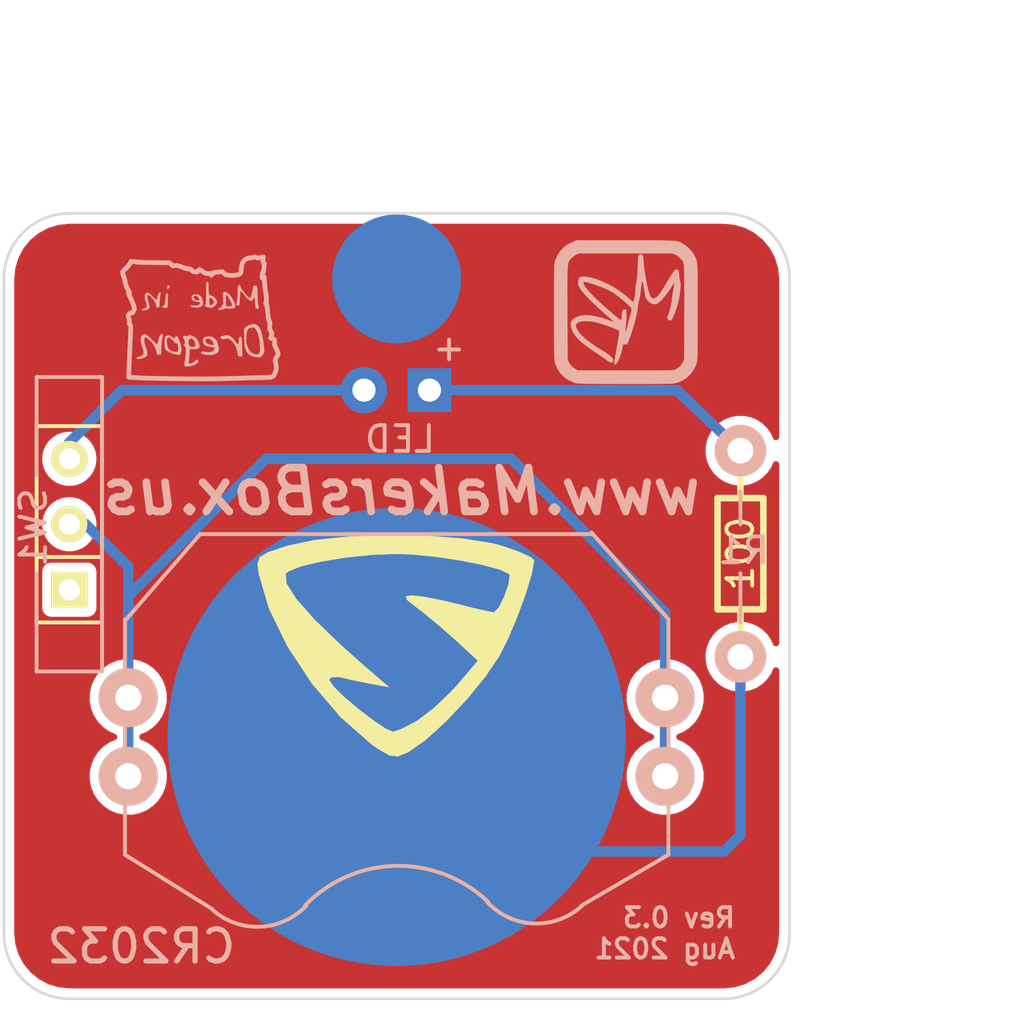
<source format=kicad_pcb>
(kicad_pcb (version 20171130) (host pcbnew "(5.1.10)-1")

  (general
    (thickness 1.6)
    (drawings 23)
    (tracks 22)
    (zones 0)
    (modules 8)
    (nets 6)
  )

  (page USLetter)
  (layers
    (0 F.Cu signal)
    (31 B.Cu signal)
    (34 B.Paste user)
    (35 F.Paste user)
    (36 B.SilkS user)
    (37 F.SilkS user)
    (38 B.Mask user)
    (39 F.Mask user)
    (40 Dwgs.User user)
    (44 Edge.Cuts user)
    (47 F.CrtYd user)
  )

  (setup
    (last_trace_width 0.1524)
    (user_trace_width 0.254)
    (user_trace_width 0.3048)
    (user_trace_width 0.4064)
    (user_trace_width 0.6096)
    (user_trace_width 2.032)
    (trace_clearance 0.1524)
    (zone_clearance 0.35)
    (zone_45_only no)
    (trace_min 0.1524)
    (via_size 0.6858)
    (via_drill 0.3302)
    (via_min_size 0.6858)
    (via_min_drill 0.3302)
    (user_via 1 0.5)
    (uvia_size 0.762)
    (uvia_drill 0.508)
    (uvias_allowed no)
    (uvia_min_size 0.508)
    (uvia_min_drill 0.127)
    (edge_width 0.1)
    (segment_width 0.254)
    (pcb_text_width 0.3)
    (pcb_text_size 1.5 1.5)
    (mod_edge_width 0.15)
    (mod_text_size 1 1)
    (mod_text_width 0.15)
    (pad_size 5 5)
    (pad_drill 2)
    (pad_to_mask_clearance 0)
    (aux_axis_origin 0 0)
    (grid_origin 210.82 95.25)
    (visible_elements 7FFFFFFF)
    (pcbplotparams
      (layerselection 0x010f0_80000001)
      (usegerberextensions true)
      (usegerberattributes true)
      (usegerberadvancedattributes true)
      (creategerberjobfile true)
      (excludeedgelayer true)
      (linewidth 0.100000)
      (plotframeref false)
      (viasonmask false)
      (mode 1)
      (useauxorigin false)
      (hpglpennumber 1)
      (hpglpenspeed 20)
      (hpglpendiameter 15.000000)
      (psnegative false)
      (psa4output false)
      (plotreference true)
      (plotvalue true)
      (plotinvisibletext false)
      (padsonsilk false)
      (subtractmaskfromsilk false)
      (outputformat 1)
      (mirror false)
      (drillshape 0)
      (scaleselection 1)
      (outputdirectory "gerbers/"))
  )

  (net 0 "")
  (net 1 "Net-(BT1-Pad1)")
  (net 2 "Net-(D1-Pad1)")
  (net 3 "Net-(D1-Pad2)")
  (net 4 "Net-(BT1-Pad2)")
  (net 5 "Net-(SW1-Pad1)")

  (net_class Default "This is the default net class."
    (clearance 0.1524)
    (trace_width 0.1524)
    (via_dia 0.6858)
    (via_drill 0.3302)
    (uvia_dia 0.762)
    (uvia_drill 0.508)
    (add_net "Net-(BT1-Pad1)")
    (add_net "Net-(BT1-Pad2)")
    (add_net "Net-(D1-Pad1)")
    (add_net "Net-(D1-Pad2)")
    (add_net "Net-(SW1-Pad1)")
  )

  (module footprints:LED_D5.0mm (layer F.Cu) (tedit 612A9764) (tstamp 5A813C26)
    (at 176.53 79.248 180)
    (descr "LED, diameter 5.0mm, 2 pins, http://cdn-reichelt.de/documents/datenblatt/A500/LL-504BC2E-009.pdf")
    (tags "LED diameter 5.0mm 2 pins")
    (path /593766DF)
    (fp_text reference D1 (at 5.08 2.54) (layer F.SilkS) hide
      (effects (font (size 1 1) (thickness 0.15)))
    )
    (fp_text value LED (at 1.143 -1.905) (layer B.SilkS)
      (effects (font (size 1 1) (thickness 0.15)) (justify mirror))
    )
    (fp_line (start -1.23 -1.469694) (end -1.23 1.469694) (layer F.Fab) (width 0.1))
    (fp_line (start -1.95 -3.25) (end -1.95 3.25) (layer F.CrtYd) (width 0.05))
    (fp_line (start -1.95 3.25) (end 4.5 3.25) (layer F.CrtYd) (width 0.05))
    (fp_line (start 4.5 3.25) (end 4.5 -3.25) (layer F.CrtYd) (width 0.05))
    (fp_line (start 4.5 -3.25) (end -1.95 -3.25) (layer F.CrtYd) (width 0.05))
    (fp_arc (start 1.27 0) (end -1.23 -1.469694) (angle 299.1) (layer F.Fab) (width 0.1))
    (fp_text user %R (at 1.25 0) (layer F.Fab)
      (effects (font (size 0.8 0.8) (thickness 0.2)))
    )
    (fp_text user + (at -0.762 1.651) (layer B.SilkS)
      (effects (font (size 1 1) (thickness 0.15)))
    )
    (pad 1 thru_hole rect (at 0 0 180) (size 1.7 1.7) (drill 0.9) (layers B.Cu B.Mask)
      (net 2 "Net-(D1-Pad1)"))
    (pad 2 thru_hole circle (at 2.54 0 180) (size 1.8 1.8) (drill 0.9) (layers B.Cu B.Mask)
      (net 3 "Net-(D1-Pad2)"))
    (model ${KISYS3DMOD}/LEDs.3dshapes/LED_D5.0mm.wrl
      (at (xyz 0 0 0))
      (scale (xyz 0.393701 0.393701 0.393701))
      (rotate (xyz 0 0 0))
    )
  )

  (module Pin_Headers:Pin_Header_Straight_1x01_Pitch2.54mm (layer F.Cu) (tedit 612A96F1) (tstamp 5A812002)
    (at 175.26 74.93)
    (descr "Through hole straight pin header, 1x01, 2.54mm pitch, single row")
    (tags "Through hole pin header THT 1x01 2.54mm single row")
    (fp_text reference REF** (at 0 -2.33) (layer F.SilkS) hide
      (effects (font (size 1 1) (thickness 0.15)))
    )
    (fp_text value Pin_Header_Straight_1x01_Pitch2.54mm (at 0 1) (layer F.Fab) hide
      (effects (font (size 0.127 0.127) (thickness 0.03175)))
    )
    (fp_line (start -0.635 -1.27) (end 1.27 -1.27) (layer F.Fab) (width 0.1))
    (fp_line (start 1.27 -1.27) (end 1.27 1.27) (layer F.Fab) (width 0.1))
    (fp_line (start 1.27 1.27) (end -1.27 1.27) (layer F.Fab) (width 0.1))
    (fp_line (start -1.27 1.27) (end -1.27 -0.635) (layer F.Fab) (width 0.1))
    (fp_line (start -1.27 -0.635) (end -0.635 -1.27) (layer F.Fab) (width 0.1))
    (fp_line (start -1.8 -1.8) (end -1.8 1.8) (layer F.CrtYd) (width 0.05))
    (fp_line (start -1.8 1.8) (end 1.8 1.8) (layer F.CrtYd) (width 0.05))
    (fp_line (start 1.8 1.8) (end 1.8 -1.8) (layer F.CrtYd) (width 0.05))
    (fp_line (start 1.8 -1.8) (end -1.8 -1.8) (layer F.CrtYd) (width 0.05))
    (pad 1 smd circle (at 0 0) (size 5 5) (layers B.Cu B.Paste B.Mask))
  )

  (module footprints:Saintcon2 (layer F.Cu) (tedit 0) (tstamp 612AEA04)
    (at 175.514 86.106)
    (fp_text reference G*** (at 0 0) (layer F.SilkS) hide
      (effects (font (size 1.524 1.524) (thickness 0.3)))
    )
    (fp_text value LOGO (at 0.75 0) (layer F.SilkS) hide
      (effects (font (size 1.524 1.524) (thickness 0.3)))
    )
    (fp_poly (pts (xy -4.818055 5.395623) (xy -3.998794 6.372225) (xy -2.983805 7.361866) (xy -2.225429 7.985121)
      (xy -0.662609 9.154649) (xy -0.662609 10.651238) (xy -0.692228 11.525324) (xy -0.78698 12.008332)
      (xy -0.943721 12.147826) (xy -1.261415 12.042927) (xy -1.839385 11.766171) (xy -2.56002 11.374464)
      (xy -2.65546 11.319565) (xy -3.990754 10.400497) (xy -5.351261 9.209811) (xy -6.620398 7.867471)
      (xy -7.681582 6.493443) (xy -8.240718 5.572312) (xy -8.628709 4.833962) (xy -7.730435 4.833962)
      (xy -7.597794 5.176279) (xy -7.2466 5.756408) (xy -6.746947 6.477771) (xy -6.168929 7.243788)
      (xy -5.582639 7.957883) (xy -5.058172 8.523477) (xy -5.039565 8.541554) (xy -4.299391 9.192062)
      (xy -3.418554 9.876699) (xy -2.871304 10.258497) (xy -1.656522 11.053886) (xy -1.585723 10.237921)
      (xy -1.622857 9.544872) (xy -1.841437 9.23923) (xy -2.709256 8.644442) (xy -3.679349 7.808501)
      (xy -4.613076 6.860512) (xy -5.323645 5.99649) (xy -5.862301 5.292899) (xy -6.264536 4.885946)
      (xy -6.628127 4.697722) (xy -7.012609 4.650765) (xy -7.501055 4.694871) (xy -7.728353 4.819077)
      (xy -7.730435 4.833962) (xy -8.628709 4.833962) (xy -9.079739 3.975652) (xy -5.84786 3.975652)
      (xy -4.818055 5.395623)) (layer F.Mask) (width 0.01))
    (fp_poly (pts (xy 7.555671 3.990573) (xy 8.130286 4.029976) (xy 8.388376 4.085822) (xy 8.393044 4.094886)
      (xy 8.301035 4.345767) (xy 8.067777 4.845772) (xy 7.921247 5.138917) (xy 6.925642 6.75145)
      (xy 5.633017 8.337144) (xy 4.154567 9.78152) (xy 2.601486 10.970097) (xy 1.782416 11.459157)
      (xy 1.105836 11.809704) (xy 0.591088 12.057719) (xy 0.355605 12.147826) (xy 0.266504 11.953436)
      (xy 0.222017 11.475519) (xy 0.22087 11.374783) (xy 0.300918 10.787343) (xy 0.533768 10.601739)
      (xy 0.86571 10.739786) (xy 0.924008 10.833762) (xy 1.130159 10.837806) (xy 1.601953 10.633016)
      (xy 2.242271 10.262628) (xy 2.322848 10.211031) (xy 3.305287 9.469831) (xy 4.368706 8.495915)
      (xy 5.395511 7.412093) (xy 6.268106 6.341177) (xy 6.798334 5.537053) (xy 7.301886 4.638261)
      (xy 6.46703 4.638656) (xy 5.938196 4.682282) (xy 5.565995 4.879016) (xy 5.20131 5.328575)
      (xy 5.021941 5.605002) (xy 4.522631 6.275456) (xy 3.84321 7.039436) (xy 3.254985 7.615627)
      (xy 2.534089 8.266433) (xy 1.822262 8.908635) (xy 1.349842 9.334506) (xy 0.821898 9.749578)
      (xy 0.457286 9.860737) (xy 0.245494 9.784197) (xy -0.079736 9.420096) (xy 0.024415 9.030358)
      (xy 0.54865 8.641243) (xy 0.671731 8.5804) (xy 1.527579 8.053541) (xy 2.488862 7.267982)
      (xy 3.429397 6.341174) (xy 4.223002 5.390567) (xy 4.448542 5.064969) (xy 5.154395 3.975652)
      (xy 6.773719 3.975652) (xy 7.555671 3.990573)) (layer F.Mask) (width 0.01))
    (fp_poly (pts (xy 0.890757 -1.20481) (xy 2.29625 -1.09943) (xy 3.456347 -0.913703) (xy 3.81 -0.820397)
      (xy 4.481577 -0.587047) (xy 4.94191 -0.376246) (xy 5.08 -0.254788) (xy 4.992327 0.249327)
      (xy 4.763011 1.011837) (xy 4.442607 1.893404) (xy 4.081669 2.754686) (xy 3.738448 3.442836)
      (xy 3.192257 4.25672) (xy 2.46087 5.149224) (xy 1.649691 6.0089) (xy 0.864119 6.724299)
      (xy 0.209557 7.183974) (xy 0.191177 7.193616) (xy -0.200304 7.353292) (xy -0.539723 7.320115)
      (xy -0.990321 7.057908) (xy -1.246096 6.87508) (xy -2.436939 5.828727) (xy -3.54617 4.525548)
      (xy -4.496361 3.082707) (xy -5.210086 1.617371) (xy -5.6041 0.280401) (xy -5.605648 0.267986)
      (xy -4.556945 0.267986) (xy -4.532538 0.641129) (xy -4.156051 1.240927) (xy -3.442952 2.049)
      (xy -2.408707 3.046966) (xy -1.65507 3.716579) (xy -0.552174 4.672288) (xy -1.325217 4.52835)
      (xy -1.964862 4.399044) (xy -2.463874 4.281373) (xy -2.484783 4.275583) (xy -2.805178 4.287386)
      (xy -2.871304 4.397372) (xy -2.707814 4.643992) (xy -2.292834 5.048092) (xy -1.739603 5.517941)
      (xy -1.16136 5.961803) (xy -0.671342 6.287947) (xy -0.392758 6.405218) (xy -0.069701 6.297139)
      (xy 0.442066 6.029255) (xy 0.577517 5.947815) (xy 1.163693 5.502139) (xy 1.814806 4.887921)
      (xy 2.107593 4.567495) (xy 2.897577 3.644577) (xy 2.05618 2.868043) (xy 1.411947 2.299052)
      (xy 0.770635 1.771677) (xy 0.552174 1.604925) (xy 0.152891 1.289075) (xy 0.094211 1.147121)
      (xy 0.340117 1.111345) (xy 0.795349 1.161878) (xy 1.497474 1.299591) (xy 2.062633 1.435652)
      (xy 2.774904 1.613454) (xy 3.313364 1.733705) (xy 3.523083 1.766957) (xy 3.70456 1.583498)
      (xy 3.915578 1.158212) (xy 4.082257 0.678733) (xy 4.130714 0.332695) (xy 4.108527 0.280121)
      (xy 3.748147 0.107219) (xy 3.066662 -0.077062) (xy 2.183476 -0.251162) (xy 1.217992 -0.393522)
      (xy 0.289614 -0.482581) (xy -0.220869 -0.501609) (xy -1.2018 -0.465824) (xy -2.222386 -0.361338)
      (xy -3.175393 -0.207183) (xy -3.953585 -0.022392) (xy -4.449729 0.174001) (xy -4.556945 0.267986)
      (xy -5.605648 0.267986) (xy -5.654185 -0.121113) (xy -5.566443 -0.372887) (xy -5.251065 -0.561949)
      (xy -4.618245 -0.775326) (xy -4.466224 -0.822253) (xy -3.438623 -1.038565) (xy -2.112628 -1.174408)
      (xy -0.624185 -1.229813) (xy 0.890757 -1.20481)) (layer F.SilkS) (width 0.01))
    (fp_poly (pts (xy -0.331304 -12.221145) (xy 1.071081 -12.106498) (xy 2.229231 -11.742889) (xy 3.297421 -11.071937)
      (xy 3.775697 -10.667003) (xy 4.704788 -9.644309) (xy 5.305352 -8.506961) (xy 5.629305 -7.140819)
      (xy 5.697302 -6.442271) (xy 5.803032 -4.822803) (xy 7.790275 -3.912456) (xy 9.777518 -3.00211)
      (xy 9.647227 -1.224968) (xy 9.536048 -0.188263) (xy 9.367274 0.852906) (xy 9.176482 1.680841)
      (xy 9.167303 1.711739) (xy 8.817669 2.871305) (xy 7.280139 2.871305) (xy 6.52037 2.860434)
      (xy 5.970821 2.831841) (xy 5.743556 2.791549) (xy 5.742609 2.788639) (xy 5.811509 2.550627)
      (xy 5.986127 2.041869) (xy 6.094848 1.739508) (xy 6.303274 0.952115) (xy 6.451115 -0.004838)
      (xy 6.49133 -0.552174) (xy 6.533655 -1.296734) (xy 6.624818 -1.707595) (xy 6.805986 -1.892733)
      (xy 7.023556 -1.9481) (xy 7.484503 -1.852875) (xy 7.690625 -1.468753) (xy 7.594366 -0.896933)
      (xy 7.556813 -0.813361) (xy 7.347897 -0.234771) (xy 7.206835 0.360754) (xy 7.069047 1.07626)
      (xy 6.940087 1.646835) (xy 6.873412 2.044048) (xy 7.023618 2.188162) (xy 7.498071 2.17323)
      (xy 7.536803 2.169559) (xy 8.006661 2.083672) (xy 8.275232 1.858784) (xy 8.459337 1.369269)
      (xy 8.527367 1.104348) (xy 8.688937 0.289051) (xy 8.82756 -0.679437) (xy 8.878078 -1.174463)
      (xy 8.984031 -2.45936) (xy 7.690046 -3.112562) (xy 6.811879 -3.495901) (xy 5.709894 -3.890707)
      (xy 4.510685 -4.26068) (xy 3.340846 -4.569516) (xy 2.326972 -4.780913) (xy 1.601304 -4.858573)
      (xy 1.106475 -4.814233) (xy 0.913279 -4.596122) (xy 0.883478 -4.20073) (xy 0.902054 -3.853701)
      (xy 1.015199 -3.626034) (xy 1.30904 -3.472111) (xy 1.869703 -3.346318) (xy 2.76087 -3.206393)
      (xy 3.853727 -2.997985) (xy 4.786091 -2.735469) (xy 5.480757 -2.44823) (xy 5.860519 -2.165653)
      (xy 5.904923 -2.009732) (xy 5.681146 -1.746512) (xy 5.508622 -1.739239) (xy 5.146181 -1.83459)
      (xy 4.494175 -2.007057) (xy 3.689962 -2.220302) (xy 3.644348 -2.232411) (xy 2.712717 -2.444424)
      (xy 1.801874 -2.594031) (xy 1.159565 -2.646649) (xy 0.22087 -2.650435) (xy 0.22087 -5.774394)
      (xy 1.435652 -5.622617) (xy 2.128012 -5.545612) (xy 2.489661 -5.563389) (xy 2.628 -5.714223)
      (xy 2.650429 -6.036393) (xy 2.650435 -6.055558) (xy 2.45104 -7.129733) (xy 1.904847 -8.036619)
      (xy 1.089848 -8.696585) (xy 0.084031 -9.030002) (xy -0.287055 -9.054826) (xy -1.425041 -8.871671)
      (xy -2.310438 -8.330403) (xy -2.925534 -7.447029) (xy -3.229808 -6.395332) (xy -3.377636 -5.470869)
      (xy -2.020122 -5.628425) (xy -0.662609 -5.785982) (xy -0.662609 -4.352273) (xy -0.691599 -3.493495)
      (xy -0.829224 -2.984757) (xy -1.151467 -2.735571) (xy -1.734312 -2.655447) (xy -2.091617 -2.650435)
      (xy -2.758032 -2.57827) (xy -3.653314 -2.386882) (xy -4.654691 -2.113933) (xy -5.639395 -1.797082)
      (xy -6.484652 -1.473989) (xy -7.067694 -1.182317) (xy -7.199142 -1.083676) (xy -7.687048 -0.792442)
      (xy -8.027403 -0.79043) (xy -8.310254 -1.069822) (xy -8.383255 -1.475958) (xy -8.228905 -1.800471)
      (xy -8.116956 -1.856475) (xy -7.789535 -1.957409) (xy -7.160729 -2.159551) (xy -6.348383 -2.424897)
      (xy -6.073913 -2.515301) (xy -5.038252 -2.821698) (xy -3.958612 -3.084712) (xy -3.053268 -3.251708)
      (xy -2.981739 -3.260975) (xy -2.248058 -3.362992) (xy -1.844791 -3.485452) (xy -1.663248 -3.696973)
      (xy -1.59474 -4.066174) (xy -1.58731 -4.141304) (xy -1.578821 -4.633511) (xy -1.755436 -4.826916)
      (xy -2.139484 -4.857583) (xy -2.906615 -4.778782) (xy -3.952199 -4.568851) (xy -5.145522 -4.263132)
      (xy -6.355867 -3.896967) (xy -7.452517 -3.505697) (xy -8.006522 -3.271304) (xy -9.497391 -2.58504)
      (xy -9.476188 -1.347737) (xy -9.412712 -0.389145) (xy -9.276589 0.609478) (xy -9.199758 0.993913)
      (xy -9.024132 1.650162) (xy -8.826748 1.989462) (xy -8.509662 2.129979) (xy -8.227048 2.167472)
      (xy -7.783085 2.179175) (xy -7.566379 2.045327) (xy -7.542281 1.677199) (xy -7.676145 0.986062)
      (xy -7.709392 0.841795) (xy -7.799708 0.271826) (xy -7.707037 -0.01519) (xy -7.562075 -0.1021)
      (xy -7.354834 -0.18156) (xy -7.226611 -0.155827) (xy -7.120307 0.065301) (xy -6.978824 0.572025)
      (xy -6.868288 0.993913) (xy -6.677619 1.709892) (xy -6.519098 2.293268) (xy -6.465357 2.484783)
      (xy -6.454672 2.686903) (xy -6.625001 2.803625) (xy -7.06122 2.857546) (xy -7.848202 2.871266)
      (xy -7.917031 2.871305) (xy -9.480365 2.871305) (xy -9.726012 1.959041) (xy -9.984766 0.840214)
      (xy -10.198872 -0.376574) (xy -10.339447 -1.506082) (xy -10.37959 -2.233176) (xy -10.363089 -2.623298)
      (xy -10.259625 -2.90595) (xy -9.990504 -3.152847) (xy -9.477036 -3.435703) (xy -8.640528 -3.826231)
      (xy -8.622483 -3.834481) (xy -7.804847 -4.196894) (xy -7.131532 -4.474408) (xy -6.709099 -4.623936)
      (xy -6.634656 -4.638261) (xy -6.506061 -4.841501) (xy -6.424501 -5.382569) (xy -6.415614 -5.632158)
      (xy -5.710641 -5.632158) (xy -5.694298 -5.252145) (xy -5.565773 -5.10389) (xy -5.381536 -5.083382)
      (xy -4.900561 -5.168568) (xy -4.72701 -5.249034) (xy -4.546292 -5.552094) (xy -4.380918 -6.120191)
      (xy -4.334637 -6.370268) (xy -3.935687 -7.780475) (xy -3.232291 -8.884588) (xy -2.355315 -9.598297)
      (xy -1.151533 -10.077194) (xy 0.056069 -10.156059) (xy 1.198031 -9.870481) (xy 2.204888 -9.256047)
      (xy 3.007181 -8.348344) (xy 3.535445 -7.182958) (xy 3.675975 -6.508319) (xy 3.832176 -5.716427)
      (xy 4.077473 -5.276767) (xy 4.47724 -5.100467) (xy 4.724155 -5.083382) (xy 4.954634 -5.126346)
      (xy 5.061855 -5.32788) (xy 5.069645 -5.789652) (xy 5.024743 -6.365989) (xy 4.696605 -7.889959)
      (xy 4.037688 -9.207963) (xy 3.098149 -10.270478) (xy 1.928145 -11.027977) (xy 0.577832 -11.430937)
      (xy -0.158558 -11.483985) (xy -1.521198 -11.365037) (xy -2.650434 -10.975077) (xy -3.698196 -10.259085)
      (xy -3.811667 -10.160994) (xy -4.627365 -9.290525) (xy -5.17861 -8.30036) (xy -5.524267 -7.067362)
      (xy -5.635326 -6.346038) (xy -5.710641 -5.632158) (xy -6.415614 -5.632158) (xy -6.405217 -5.924133)
      (xy -6.206166 -7.624675) (xy -5.624197 -9.134488) (xy -4.68209 -10.415158) (xy -3.402625 -11.428271)
      (xy -3.012186 -11.645864) (xy -2.233019 -11.99135) (xy -1.481756 -12.167967) (xy -0.546364 -12.221214)
      (xy -0.331304 -12.221145)) (layer F.Mask) (width 0.01))
  )

  (module footprints:BATT_CR2032 (layer B.Cu) (tedit 0) (tstamp 5A813C13)
    (at 175.26 92.71 180)
    (tags battery)
    (path /56CFA61E)
    (fp_text reference BT1 (at 0 -5.08 180) (layer B.SilkS) hide
      (effects (font (size 1.72974 1.08712) (thickness 0.27178)) (justify mirror))
    )
    (fp_text value Battery (at 0 2.54 180) (layer B.SilkS) hide
      (effects (font (size 1.524 1.016) (thickness 0.254)) (justify mirror))
    )
    (fp_line (start -7.1755 -6.5405) (end -10.541 -4.572) (layer B.SilkS) (width 0.15))
    (fp_line (start 7.1755 -6.6675) (end 10.541 -4.572) (layer B.SilkS) (width 0.15))
    (fp_line (start 7.62 7.874) (end 10.541 4.5085) (layer B.SilkS) (width 0.15))
    (fp_line (start -10.541 4.572) (end -7.5565 7.9375) (layer B.SilkS) (width 0.15))
    (fp_line (start -7.62 7.874) (end 7.62 7.874) (layer B.SilkS) (width 0.15))
    (fp_line (start -10.541 -4.572) (end -10.541 4.572) (layer B.SilkS) (width 0.15))
    (fp_line (start 10.541 -4.572) (end 10.541 4.572) (layer B.SilkS) (width 0.15))
    (fp_circle (center 0 0) (end -10.16 0) (layer Dwgs.User) (width 0.15))
    (fp_arc (start -5.4229 -4.6355) (end -3.5179 -6.4135) (angle -90) (layer B.SilkS) (width 0.15))
    (fp_arc (start 5.4102 -4.7625) (end 7.1882 -6.6675) (angle -90) (layer B.SilkS) (width 0.15))
    (fp_arc (start -0.0635 -10.033) (end -3.556 -6.4135) (angle -90) (layer B.SilkS) (width 0.15))
    (pad 1 thru_hole circle (at -10.414 -1.524 180) (size 2.286 2.286) (drill 1.016) (layers *.Cu *.Mask B.SilkS)
      (net 1 "Net-(BT1-Pad1)"))
    (pad 1 thru_hole circle (at 10.414 -1.524 180) (size 2.286 2.286) (drill 1.016) (layers *.Cu *.Mask B.SilkS)
      (net 1 "Net-(BT1-Pad1)"))
    (pad 1 thru_hole circle (at -10.414 1.524 180) (size 2.286 2.286) (drill 1.016) (layers *.Cu *.Mask B.SilkS)
      (net 1 "Net-(BT1-Pad1)"))
    (pad 1 thru_hole circle (at 10.414 1.524 180) (size 2.286 2.286) (drill 1.016) (layers *.Cu *.Mask B.SilkS)
      (net 1 "Net-(BT1-Pad1)"))
    (pad 2 smd circle (at 0 0 180) (size 17.78 17.78) (layers B.Cu B.Paste B.Mask)
      (net 4 "Net-(BT1-Pad2)"))
  )

  (module footprints:Resistor_Horz (layer F.Cu) (tedit 5AA1ED04) (tstamp 612AE7F6)
    (at 188.595 85.598 270)
    (descr "Resistor, Axial,  RM 10mm, 1/3W,")
    (tags "Resistor, Axial, RM 10mm, 1/3W,")
    (path /59376ABD)
    (fp_text reference R1 (at -0.127 -0.127) (layer B.SilkS)
      (effects (font (size 1 1) (thickness 0.15)) (justify mirror))
    )
    (fp_text value 100 (at 0 0 270) (layer F.SilkS)
      (effects (font (size 1 1) (thickness 0.15)))
    )
    (fp_line (start 2.159 0.889) (end 2.159 -0.889) (layer F.SilkS) (width 0.254))
    (fp_line (start 2.159 -0.889) (end -2.159 -0.889) (layer F.SilkS) (width 0.254))
    (fp_line (start -2.159 0.889) (end 2.159 0.889) (layer F.SilkS) (width 0.254))
    (fp_line (start -2.159 0) (end -2.921 0) (layer F.SilkS) (width 0.254))
    (fp_line (start 2.159 0) (end 2.921 0) (layer F.SilkS) (width 0.254))
    (fp_line (start -2.159 0.889) (end -2.159 -0.889) (layer F.SilkS) (width 0.254))
    (pad 1 thru_hole circle (at -4 0 270) (size 1.99898 1.99898) (drill 1.00076) (layers *.Cu *.SilkS *.Mask)
      (net 2 "Net-(D1-Pad1)"))
    (pad 2 thru_hole circle (at 4 0 270) (size 1.99898 1.99898) (drill 1.00076) (layers *.Cu *.SilkS *.Mask)
      (net 4 "Net-(BT1-Pad2)"))
  )

  (module myFootPrints:MadeInOregonRev25 (layer F.Cu) (tedit 0) (tstamp 5A8109E1)
    (at 167.64 76.454)
    (fp_text reference VAL (at 0 0) (layer F.SilkS) hide
      (effects (font (size 1.143 1.143) (thickness 0.1778)))
    )
    (fp_text value MadeInOregonRev25 (at 0 0) (layer F.SilkS) hide
      (effects (font (size 1.143 1.143) (thickness 0.1778)))
    )
    (fp_poly (pts (xy -3.09626 -1.76022) (xy -3.09626 -1.72212) (xy -3.09372 -1.69672) (xy -3.09118 -1.67386)
      (xy -3.0861 -1.65608) (xy -3.07594 -1.63576) (xy -3.0734 -1.62814) (xy -3.0607 -1.6002)
      (xy -3.05054 -1.5748) (xy -3.04038 -1.54432) (xy -3.03022 -1.50876) (xy -3.02006 -1.46304)
      (xy -3.00736 -1.4097) (xy -3.00228 -1.39192) (xy -2.98704 -1.31826) (xy -2.96926 -1.2573)
      (xy -2.95402 -1.20396) (xy -2.9337 -1.15824) (xy -2.91338 -1.1176) (xy -2.91338 -1.74752)
      (xy -2.91338 -1.76276) (xy -2.91084 -1.77546) (xy -2.90322 -1.78816) (xy -2.89052 -1.8034)
      (xy -2.86766 -1.82118) (xy -2.8575 -1.83134) (xy -2.82956 -1.8542) (xy -2.80416 -1.8796)
      (xy -2.78638 -1.90246) (xy -2.77876 -1.91008) (xy -2.76606 -1.92786) (xy -2.74574 -1.95326)
      (xy -2.72034 -1.98374) (xy -2.69494 -2.01422) (xy -2.6924 -2.01676) (xy -2.66954 -2.0447)
      (xy -2.64922 -2.0701) (xy -2.63652 -2.08788) (xy -2.6289 -2.09804) (xy -2.6289 -2.10058)
      (xy -2.62382 -2.10566) (xy -2.60604 -2.10566) (xy -2.58064 -2.10566) (xy -2.55016 -2.10058)
      (xy -2.51968 -2.0955) (xy -2.50952 -2.09296) (xy -2.49682 -2.09042) (xy -2.48412 -2.08534)
      (xy -2.46888 -2.08534) (xy -2.4511 -2.0828) (xy -2.4257 -2.08026) (xy -2.39268 -2.07772)
      (xy -2.35458 -2.07772) (xy -2.30632 -2.07518) (xy -2.2479 -2.07518) (xy -2.17678 -2.07264)
      (xy -2.09296 -2.0701) (xy -2.03962 -2.0701) (xy -1.95326 -2.06756) (xy -1.8669 -2.06756)
      (xy -1.78054 -2.06502) (xy -1.69672 -2.06502) (xy -1.61798 -2.06248) (xy -1.54686 -2.06248)
      (xy -1.48336 -2.06248) (xy -1.4351 -2.06248) (xy -1.4224 -2.06248) (xy -1.22936 -2.06248)
      (xy -1.1684 -2.00152) (xy -1.10744 -1.9431) (xy -1.0668 -1.9431) (xy -1.03886 -1.9431)
      (xy -1.0033 -1.94564) (xy -0.97536 -1.95072) (xy -0.94234 -1.95326) (xy -0.91186 -1.95072)
      (xy -0.87884 -1.94564) (xy -0.8382 -1.93548) (xy -0.79248 -1.9177) (xy -0.7366 -1.89484)
      (xy -0.72136 -1.88976) (xy -0.67818 -1.86944) (xy -0.64516 -1.85674) (xy -0.61722 -1.84912)
      (xy -0.59182 -1.84404) (xy -0.56388 -1.83896) (xy -0.5461 -1.83642) (xy -0.50038 -1.83134)
      (xy -0.46482 -1.82626) (xy -0.43688 -1.81864) (xy -0.41656 -1.80848) (xy -0.39624 -1.79578)
      (xy -0.37592 -1.77546) (xy -0.37338 -1.77292) (xy -0.35052 -1.7526) (xy -0.32512 -1.73482)
      (xy -0.30734 -1.72212) (xy -0.28702 -1.71704) (xy -0.25654 -1.71196) (xy -0.22098 -1.70434)
      (xy -0.18288 -1.7018) (xy -0.14986 -1.69672) (xy -0.12446 -1.69672) (xy -0.10922 -1.69926)
      (xy -0.09652 -1.70688) (xy -0.07366 -1.71958) (xy -0.05334 -1.73736) (xy -0.03048 -1.75768)
      (xy -0.01524 -1.7653) (xy -0.00508 -1.76784) (xy 0 -1.7653) (xy 0.01016 -1.75768)
      (xy 0.03048 -1.74498) (xy 0.05842 -1.7272) (xy 0.0889 -1.70688) (xy 0.09652 -1.7018)
      (xy 0.18288 -1.64846) (xy 0.25908 -1.64592) (xy 0.29464 -1.64338) (xy 0.3175 -1.64084)
      (xy 0.3302 -1.6383) (xy 0.34036 -1.63322) (xy 0.34544 -1.6256) (xy 0.34798 -1.62052)
      (xy 0.3683 -1.59766) (xy 0.39624 -1.58242) (xy 0.42672 -1.5748) (xy 0.4318 -1.5748)
      (xy 0.45974 -1.58242) (xy 0.48768 -1.6002) (xy 0.51562 -1.63068) (xy 0.52578 -1.64338)
      (xy 0.53848 -1.65608) (xy 0.5461 -1.66624) (xy 0.55626 -1.67386) (xy 0.56896 -1.68148)
      (xy 0.58928 -1.68402) (xy 0.61468 -1.6891) (xy 0.65278 -1.69418) (xy 0.70104 -1.69672)
      (xy 0.71628 -1.69926) (xy 0.8255 -1.70942) (xy 0.85598 -1.68148) (xy 0.89154 -1.64846)
      (xy 0.9271 -1.62306) (xy 0.95758 -1.60274) (xy 0.96774 -1.59766) (xy 0.9906 -1.59258)
      (xy 1.02362 -1.5875) (xy 1.0668 -1.58242) (xy 1.11252 -1.57734) (xy 1.16332 -1.57226)
      (xy 1.21158 -1.56972) (xy 1.2573 -1.56972) (xy 1.25984 -1.56972) (xy 1.3081 -1.56972)
      (xy 1.35128 -1.5748) (xy 1.39446 -1.57988) (xy 1.44272 -1.59004) (xy 1.48844 -1.6002)
      (xy 1.52146 -1.61036) (xy 1.54686 -1.62306) (xy 1.56972 -1.63576) (xy 1.59258 -1.65608)
      (xy 1.61798 -1.68148) (xy 1.63576 -1.7018) (xy 1.651 -1.72212) (xy 1.65862 -1.74498)
      (xy 1.66624 -1.77292) (xy 1.67386 -1.80848) (xy 1.6764 -1.85166) (xy 1.68148 -1.90246)
      (xy 1.6891 -1.9812) (xy 1.7018 -2.04978) (xy 1.72212 -2.10566) (xy 1.74752 -2.15138)
      (xy 1.75006 -2.15646) (xy 1.77546 -2.18186) (xy 1.81356 -2.2098) (xy 1.82626 -2.21742)
      (xy 1.8542 -2.23012) (xy 1.87706 -2.24028) (xy 1.89484 -2.24282) (xy 1.9177 -2.24282)
      (xy 1.92024 -2.24282) (xy 1.95834 -2.24282) (xy 2.00152 -2.25044) (xy 2.032 -2.25806)
      (xy 2.0701 -2.27076) (xy 2.09804 -2.27584) (xy 2.11582 -2.27838) (xy 2.13106 -2.2733)
      (xy 2.1463 -2.26822) (xy 2.15392 -2.26314) (xy 2.1844 -2.2479) (xy 2.22758 -2.24282)
      (xy 2.27584 -2.2479) (xy 2.29108 -2.25298) (xy 2.31394 -2.25806) (xy 2.33426 -2.26314)
      (xy 2.34188 -2.26314) (xy 2.34188 -2.25806) (xy 2.34442 -2.23774) (xy 2.34442 -2.21488)
      (xy 2.34442 -2.21234) (xy 2.34442 -2.1844) (xy 2.34696 -2.16408) (xy 2.35204 -2.1463)
      (xy 2.36474 -2.12852) (xy 2.3876 -2.0955) (xy 2.37998 -1.97612) (xy 2.37744 -1.9304)
      (xy 2.37236 -1.89738) (xy 2.36982 -1.87198) (xy 2.36474 -1.8542) (xy 2.35966 -1.83896)
      (xy 2.35204 -1.82372) (xy 2.34696 -1.8161) (xy 2.33172 -1.78562) (xy 2.3241 -1.75768)
      (xy 2.3241 -1.73736) (xy 2.32156 -1.70942) (xy 2.31902 -1.68656) (xy 2.31648 -1.67894)
      (xy 2.31394 -1.66116) (xy 2.30886 -1.63576) (xy 2.30886 -1.60274) (xy 2.30886 -1.59004)
      (xy 2.30886 -1.55702) (xy 2.30886 -1.5367) (xy 2.31394 -1.52146) (xy 2.32156 -1.5113)
      (xy 2.33172 -1.4986) (xy 2.33426 -1.49606) (xy 2.35458 -1.48082) (xy 2.3749 -1.4732)
      (xy 2.37744 -1.47066) (xy 2.3876 -1.47066) (xy 2.39268 -1.46558) (xy 2.39776 -1.45034)
      (xy 2.4003 -1.42494) (xy 2.40284 -1.39192) (xy 2.40538 -1.35382) (xy 2.40538 -1.33096)
      (xy 2.40792 -1.28778) (xy 2.413 -1.2319) (xy 2.42062 -1.16078) (xy 2.43332 -1.07442)
      (xy 2.4511 -0.97536) (xy 2.4511 -0.96774) (xy 2.45872 -0.92456) (xy 2.4638 -0.88392)
      (xy 2.46888 -0.85344) (xy 2.47142 -0.83058) (xy 2.47396 -0.82296) (xy 2.47396 -0.81026)
      (xy 2.47142 -0.7874) (xy 2.47142 -0.75692) (xy 2.46888 -0.72644) (xy 2.46888 -0.69342)
      (xy 2.46634 -0.66294) (xy 2.4638 -0.64262) (xy 2.46126 -0.635) (xy 2.4511 -0.6096)
      (xy 2.44856 -0.57912) (xy 2.4511 -0.54864) (xy 2.46126 -0.52324) (xy 2.4765 -0.51054)
      (xy 2.48412 -0.49784) (xy 2.49174 -0.47244) (xy 2.5019 -0.4318) (xy 2.50952 -0.37592)
      (xy 2.51968 -0.30734) (xy 2.5273 -0.2286) (xy 2.53238 -0.16764) (xy 2.53746 -0.1143)
      (xy 2.54254 -0.0635) (xy 2.54762 -0.02032) (xy 2.5527 0.01524) (xy 2.55524 0.04064)
      (xy 2.55778 0.05334) (xy 2.56794 0.07366) (xy 2.5781 0.1016) (xy 2.58826 0.127)
      (xy 2.59588 0.14732) (xy 2.6035 0.16256) (xy 2.60604 0.18034) (xy 2.60858 0.20066)
      (xy 2.60858 0.22606) (xy 2.60604 0.25908) (xy 2.6035 0.3048) (xy 2.6035 0.32512)
      (xy 2.60096 0.37084) (xy 2.60096 0.4064) (xy 2.60604 0.43434) (xy 2.61366 0.45974)
      (xy 2.62636 0.48768) (xy 2.64668 0.5207) (xy 2.66446 0.5588) (xy 2.67462 0.58674)
      (xy 2.6797 0.61468) (xy 2.67462 0.64262) (xy 2.66446 0.68072) (xy 2.65938 0.69088)
      (xy 2.64668 0.72898) (xy 2.63906 0.75946) (xy 2.63906 0.77978) (xy 2.6416 0.79756)
      (xy 2.64922 0.8128) (xy 2.64922 0.81534) (xy 2.66446 0.83058) (xy 2.68986 0.84836)
      (xy 2.72034 0.86614) (xy 2.75336 0.87884) (xy 2.77368 0.88646) (xy 2.794 0.89154)
      (xy 2.794 0.98044) (xy 2.794 1.07188) (xy 2.82448 1.13538) (xy 2.8575 1.20396)
      (xy 2.8829 1.26238) (xy 2.90322 1.31064) (xy 2.91592 1.3462) (xy 2.921 1.36652)
      (xy 2.92354 1.3843) (xy 2.92354 1.39954) (xy 2.91592 1.41478) (xy 2.90068 1.4351)
      (xy 2.90068 1.43764) (xy 2.87274 1.47828) (xy 2.84988 1.51638) (xy 2.8321 1.5621)
      (xy 2.82448 1.59004) (xy 2.80924 1.64338) (xy 2.8321 1.74244) (xy 2.84734 1.80848)
      (xy 2.85496 1.86182) (xy 2.86004 1.90754) (xy 2.86004 1.94818) (xy 2.85242 1.98628)
      (xy 2.84226 2.02438) (xy 2.82702 2.06756) (xy 2.81432 2.10566) (xy 2.79908 2.13868)
      (xy 2.78892 2.16154) (xy 2.77876 2.1717) (xy 2.77876 2.17424) (xy 2.7686 2.17678)
      (xy 2.74828 2.1844) (xy 2.74066 2.18948) (xy 2.7178 2.1971) (xy 2.68224 2.20472)
      (xy 2.63398 2.2098) (xy 2.57302 2.21234) (xy 2.49682 2.21488) (xy 2.40792 2.21742)
      (xy 2.30632 2.21742) (xy 2.29616 2.21742) (xy 2.24028 2.21996) (xy 2.17424 2.21996)
      (xy 2.10058 2.2225) (xy 2.02184 2.2225) (xy 1.9431 2.22504) (xy 1.86944 2.23012)
      (xy 1.84912 2.23012) (xy 1.6129 2.23774) (xy 1.38684 2.2479) (xy 1.16332 2.25298)
      (xy 0.9398 2.25806) (xy 0.71882 2.26314) (xy 0.4953 2.26568) (xy 0.26924 2.26822)
      (xy 0.03556 2.26822) (xy -0.2032 2.26822) (xy -0.45466 2.26822) (xy -0.71628 2.26568)
      (xy -0.84836 2.26314) (xy -1.03378 2.2606) (xy -1.20396 2.25806) (xy -1.36144 2.25552)
      (xy -1.50622 2.25298) (xy -1.64084 2.25044) (xy -1.7653 2.2479) (xy -1.88214 2.24536)
      (xy -1.98882 2.24282) (xy -2.08788 2.23774) (xy -2.17932 2.2352) (xy -2.26822 2.23266)
      (xy -2.35204 2.22758) (xy -2.39776 2.22504) (xy -2.46126 2.2225) (xy -2.51968 2.21742)
      (xy -2.57302 2.21488) (xy -2.61874 2.21234) (xy -2.65176 2.2098) (xy -2.67462 2.2098)
      (xy -2.68732 2.2098) (xy -2.68732 2.20218) (xy -2.68478 2.17932) (xy -2.68478 2.1463)
      (xy -2.68224 2.09804) (xy -2.6797 2.03962) (xy -2.67716 1.97104) (xy -2.67208 1.8923)
      (xy -2.66954 1.80594) (xy -2.66446 1.70942) (xy -2.65938 1.60782) (xy -2.65684 1.50114)
      (xy -2.65176 1.38684) (xy -2.64414 1.27) (xy -2.64414 1.25476) (xy -2.63906 1.11506)
      (xy -2.63398 0.98806) (xy -2.6289 0.87376) (xy -2.62382 0.77216) (xy -2.61874 0.68326)
      (xy -2.6162 0.60452) (xy -2.61366 0.53848) (xy -2.61112 0.47752) (xy -2.61112 0.42926)
      (xy -2.61112 0.38608) (xy -2.61112 0.35306) (xy -2.61112 0.32258) (xy -2.61112 0.29972)
      (xy -2.61366 0.28194) (xy -2.6162 0.2667) (xy -2.61874 0.25654) (xy -2.62128 0.24638)
      (xy -2.62636 0.23876) (xy -2.63144 0.23368) (xy -2.63652 0.22606) (xy -2.6416 0.21844)
      (xy -2.6543 0.2032) (xy -2.66192 0.18796) (xy -2.66446 0.17272) (xy -2.66192 0.14732)
      (xy -2.66192 0.13716) (xy -2.66192 0.1016) (xy -2.66446 0.06858) (xy -2.67462 0.02794)
      (xy -2.67462 0.0254) (xy -2.68732 -0.01778) (xy -2.69494 -0.04826) (xy -2.69748 -0.07112)
      (xy -2.69748 -0.08382) (xy -2.69494 -0.09398) (xy -2.68732 -0.09906) (xy -2.68732 -0.1016)
      (xy -2.66954 -0.10668) (xy -2.64668 -0.1143) (xy -2.63652 -0.1143) (xy -2.60858 -0.12192)
      (xy -2.58572 -0.13208) (xy -2.5654 -0.14732) (xy -2.54762 -0.17018) (xy -2.52476 -0.20574)
      (xy -2.50698 -0.2413) (xy -2.4638 -0.3302) (xy -2.47142 -0.40894) (xy -2.4765 -0.43942)
      (xy -2.48158 -0.46736) (xy -2.4892 -0.49276) (xy -2.49682 -0.5207) (xy -2.50952 -0.55626)
      (xy -2.52984 -0.59944) (xy -2.53492 -0.61214) (xy -2.55524 -0.66294) (xy -2.5781 -0.71374)
      (xy -2.60096 -0.76708) (xy -2.62128 -0.8128) (xy -2.63144 -0.83058) (xy -2.64668 -0.86868)
      (xy -2.65938 -0.89662) (xy -2.667 -0.91694) (xy -2.66954 -0.92964) (xy -2.667 -0.9398)
      (xy -2.667 -0.94996) (xy -2.65938 -0.97536) (xy -2.65938 -1.00584) (xy -2.66954 -1.03886)
      (xy -2.68732 -1.0795) (xy -2.71272 -1.12776) (xy -2.71526 -1.1303) (xy -2.73812 -1.17094)
      (xy -2.75844 -1.2065) (xy -2.77368 -1.23698) (xy -2.78384 -1.26746) (xy -2.79654 -1.30048)
      (xy -2.8067 -1.34112) (xy -2.81686 -1.38684) (xy -2.82702 -1.43256) (xy -2.84226 -1.49606)
      (xy -2.85496 -1.54686) (xy -2.86512 -1.5875) (xy -2.87528 -1.62052) (xy -2.88544 -1.64846)
      (xy -2.89306 -1.67132) (xy -2.90068 -1.68148) (xy -2.9083 -1.70942) (xy -2.91338 -1.7399)
      (xy -2.91338 -1.74752) (xy -2.91338 -1.1176) (xy -2.91084 -1.11506) (xy -2.90576 -1.09982)
      (xy -2.88798 -1.07188) (xy -2.87782 -1.04902) (xy -2.87274 -1.03632) (xy -2.87274 -1.02616)
      (xy -2.87782 -1.016) (xy -2.88036 -0.99822) (xy -2.8829 -0.98044) (xy -2.87782 -0.95758)
      (xy -2.8702 -0.92964) (xy -2.85496 -0.89408) (xy -2.83464 -0.84582) (xy -2.8194 -0.81534)
      (xy -2.78384 -0.73406) (xy -2.74828 -0.65786) (xy -2.72034 -0.58928) (xy -2.69494 -0.52832)
      (xy -2.67462 -0.47752) (xy -2.66192 -0.43688) (xy -2.6543 -0.40894) (xy -2.6543 -0.4064)
      (xy -2.64922 -0.37846) (xy -2.65176 -0.36068) (xy -2.65684 -0.34036) (xy -2.66446 -0.32766)
      (xy -2.67462 -0.30734) (xy -2.68732 -0.29464) (xy -2.70256 -0.28702) (xy -2.72542 -0.28194)
      (xy -2.73812 -0.2794) (xy -2.75336 -0.27686) (xy -2.77114 -0.2667) (xy -2.78892 -0.25146)
      (xy -2.81686 -0.22606) (xy -2.82448 -0.2159) (xy -2.84988 -0.1905) (xy -2.86766 -0.17272)
      (xy -2.87782 -0.16002) (xy -2.8829 -0.14732) (xy -2.8829 -0.13208) (xy -2.8829 -0.12192)
      (xy -2.88036 -0.06858) (xy -2.86766 -0.00762) (xy -2.85242 0.05588) (xy -2.8448 0.08382)
      (xy -2.84226 0.10668) (xy -2.84226 0.12954) (xy -2.8448 0.16002) (xy -2.84734 0.1651)
      (xy -2.84988 0.19812) (xy -2.84988 0.22606) (xy -2.84226 0.24892) (xy -2.82448 0.27686)
      (xy -2.8067 0.29972) (xy -2.78384 0.32766) (xy -2.82702 1.3081) (xy -2.8321 1.42748)
      (xy -2.83718 1.54432) (xy -2.84226 1.65608) (xy -2.84734 1.76276) (xy -2.84988 1.86182)
      (xy -2.85496 1.95326) (xy -2.8575 2.03708) (xy -2.86004 2.11074) (xy -2.86258 2.17424)
      (xy -2.86512 2.22758) (xy -2.86512 2.26822) (xy -2.86512 2.29616) (xy -2.86512 2.3114)
      (xy -2.85496 2.3368) (xy -2.83464 2.35966) (xy -2.81178 2.3749) (xy -2.8067 2.37744)
      (xy -2.794 2.37998) (xy -2.76606 2.38252) (xy -2.72796 2.38506) (xy -2.6797 2.39014)
      (xy -2.62128 2.39268) (xy -2.55778 2.39776) (xy -2.48412 2.4003) (xy -2.40792 2.40538)
      (xy -2.32664 2.40792) (xy -2.24536 2.413) (xy -2.16154 2.41554) (xy -2.08026 2.41808)
      (xy -1.99898 2.42062) (xy -1.92278 2.42316) (xy -1.85166 2.4257) (xy -1.80848 2.42824)
      (xy -1.74752 2.42824) (xy -1.67386 2.43078) (xy -1.59004 2.43078) (xy -1.4986 2.43332)
      (xy -1.397 2.43586) (xy -1.29032 2.43586) (xy -1.1811 2.4384) (xy -1.0668 2.4384)
      (xy -0.95504 2.44094) (xy -0.84582 2.44348) (xy -0.80264 2.44348) (xy -0.70104 2.44348)
      (xy -0.59944 2.44602) (xy -0.50038 2.44602) (xy -0.40386 2.44856) (xy -0.31496 2.44856)
      (xy -0.23114 2.44856) (xy -0.15748 2.4511) (xy -0.09398 2.4511) (xy -0.04064 2.4511)
      (xy 0 2.4511) (xy 0.02286 2.4511) (xy 0.05842 2.4511) (xy 0.10922 2.4511)
      (xy 0.17018 2.4511) (xy 0.2413 2.4511) (xy 0.3175 2.4511) (xy 0.39878 2.44856)
      (xy 0.4826 2.44856) (xy 0.56642 2.44602) (xy 0.60198 2.44602) (xy 0.75692 2.44348)
      (xy 0.90678 2.4384) (xy 1.0541 2.43586) (xy 1.1938 2.43078) (xy 1.32588 2.42824)
      (xy 1.45034 2.42316) (xy 1.56464 2.42062) (xy 1.66624 2.41808) (xy 1.7526 2.413)
      (xy 1.77038 2.413) (xy 1.82626 2.41046) (xy 1.8923 2.40792) (xy 1.96342 2.40792)
      (xy 2.03454 2.40538) (xy 2.10312 2.40538) (xy 2.12852 2.40538) (xy 2.19456 2.40538)
      (xy 2.26822 2.40284) (xy 2.3495 2.40284) (xy 2.42824 2.39776) (xy 2.50444 2.39522)
      (xy 2.54254 2.39522) (xy 2.75844 2.38252) (xy 2.82956 2.3495) (xy 2.86258 2.33172)
      (xy 2.88798 2.31902) (xy 2.90576 2.30632) (xy 2.91084 2.30124) (xy 2.92608 2.28092)
      (xy 2.94132 2.25044) (xy 2.96164 2.2098) (xy 2.97942 2.16662) (xy 2.9972 2.12344)
      (xy 3.01244 2.08534) (xy 3.02514 2.0447) (xy 3.03276 2.01168) (xy 3.03784 1.98628)
      (xy 3.04038 1.9558) (xy 3.04038 1.93548) (xy 3.0353 1.86182) (xy 3.0226 1.778)
      (xy 3.00736 1.70434) (xy 2.99974 1.66878) (xy 2.99974 1.64084) (xy 3.00736 1.61036)
      (xy 3.0226 1.57734) (xy 3.04546 1.53924) (xy 3.0607 1.52146) (xy 3.08356 1.4859)
      (xy 3.0988 1.4605) (xy 3.10642 1.4351) (xy 3.10896 1.4097) (xy 3.10642 1.37668)
      (xy 3.0988 1.33858) (xy 3.09118 1.3081) (xy 3.07848 1.26746) (xy 3.0607 1.22174)
      (xy 3.04038 1.1684) (xy 3.01498 1.1176) (xy 2.99466 1.07442) (xy 2.98704 1.05664)
      (xy 2.97942 1.0414) (xy 2.97688 1.02362) (xy 2.97434 1.0033) (xy 2.97434 0.97282)
      (xy 2.97434 0.93218) (xy 2.97434 0.9271) (xy 2.9718 0.87884) (xy 2.96926 0.8382)
      (xy 2.96418 0.81026) (xy 2.95148 0.7874) (xy 2.9337 0.76708) (xy 2.90576 0.7493)
      (xy 2.86766 0.72898) (xy 2.84734 0.71882) (xy 2.84734 0.7112) (xy 2.84988 0.69342)
      (xy 2.85496 0.66802) (xy 2.8575 0.6604) (xy 2.86258 0.61468) (xy 2.86258 0.5842)
      (xy 2.86258 0.57658) (xy 2.84988 0.5334) (xy 2.82956 0.48768) (xy 2.8067 0.44196)
      (xy 2.79908 0.42926) (xy 2.79146 0.41656) (xy 2.78638 0.40386) (xy 2.7813 0.38862)
      (xy 2.7813 0.37084) (xy 2.7813 0.34798) (xy 2.7813 0.3175) (xy 2.78638 0.27432)
      (xy 2.79146 0.22098) (xy 2.79146 0.21844) (xy 2.79146 0.19304) (xy 2.79146 0.16764)
      (xy 2.78384 0.1397) (xy 2.77622 0.11176) (xy 2.76352 0.07874) (xy 2.75336 0.04826)
      (xy 2.7432 0.0254) (xy 2.74066 0.02032) (xy 2.73558 0.00762) (xy 2.7305 -0.0127)
      (xy 2.72796 -0.04064) (xy 2.72288 -0.07874) (xy 2.7178 -0.12954) (xy 2.71272 -0.1905)
      (xy 2.7051 -0.25908) (xy 2.69748 -0.32512) (xy 2.68986 -0.38862) (xy 2.6797 -0.44958)
      (xy 2.67208 -0.50292) (xy 2.66446 -0.5461) (xy 2.6543 -0.57658) (xy 2.65176 -0.58674)
      (xy 2.65176 -0.60452) (xy 2.6543 -0.6223) (xy 2.65684 -0.6477) (xy 2.65176 -0.68326)
      (xy 2.64668 -0.71628) (xy 2.64922 -0.75184) (xy 2.65176 -0.76962) (xy 2.6543 -0.79248)
      (xy 2.65684 -0.8128) (xy 2.6543 -0.83566) (xy 2.65176 -0.8636) (xy 2.64414 -0.90424)
      (xy 2.6416 -0.91948) (xy 2.62382 -1.01346) (xy 2.61112 -1.09982) (xy 2.60096 -1.1811)
      (xy 2.59334 -1.26238) (xy 2.58572 -1.35128) (xy 2.58064 -1.42748) (xy 2.5781 -1.49352)
      (xy 2.57302 -1.54432) (xy 2.57048 -1.58496) (xy 2.5654 -1.61544) (xy 2.56286 -1.6383)
      (xy 2.55524 -1.65608) (xy 2.54762 -1.66878) (xy 2.53746 -1.6764) (xy 2.52984 -1.68402)
      (xy 2.51714 -1.69418) (xy 2.51206 -1.70688) (xy 2.5146 -1.72466) (xy 2.52222 -1.75006)
      (xy 2.53238 -1.77546) (xy 2.54 -1.78816) (xy 2.54254 -1.79832) (xy 2.54762 -1.81102)
      (xy 2.55016 -1.8288) (xy 2.5527 -1.85166) (xy 2.55524 -1.88214) (xy 2.55778 -1.92532)
      (xy 2.56286 -1.97866) (xy 2.56286 -2.0066) (xy 2.57302 -2.159) (xy 2.54762 -2.18948)
      (xy 2.52222 -2.21996) (xy 2.52984 -2.29616) (xy 2.53238 -2.34442) (xy 2.53238 -2.37998)
      (xy 2.52984 -2.40538) (xy 2.51968 -2.4257) (xy 2.50698 -2.44094) (xy 2.50444 -2.44348)
      (xy 2.4892 -2.45618) (xy 2.47142 -2.46126) (xy 2.44856 -2.4638) (xy 2.42062 -2.4638)
      (xy 2.38252 -2.45618) (xy 2.33172 -2.44602) (xy 2.32664 -2.44348) (xy 2.2352 -2.42316)
      (xy 2.19964 -2.44348) (xy 2.17424 -2.45618) (xy 2.15138 -2.4638) (xy 2.12344 -2.4638)
      (xy 2.09296 -2.45872) (xy 2.04978 -2.4511) (xy 2.0193 -2.44348) (xy 1.98374 -2.43332)
      (xy 1.9558 -2.4257) (xy 1.93802 -2.42316) (xy 1.92024 -2.4257) (xy 1.90754 -2.42824)
      (xy 1.88722 -2.43078) (xy 1.86944 -2.43078) (xy 1.84912 -2.42824) (xy 1.82372 -2.41808)
      (xy 1.79324 -2.40284) (xy 1.76022 -2.38506) (xy 1.71958 -2.3622) (xy 1.6891 -2.34442)
      (xy 1.66624 -2.32664) (xy 1.64846 -2.3114) (xy 1.63068 -2.29362) (xy 1.6129 -2.27076)
      (xy 1.59258 -2.2479) (xy 1.57734 -2.22504) (xy 1.56718 -2.20472) (xy 1.55702 -2.17932)
      (xy 1.54432 -2.1463) (xy 1.53162 -2.10312) (xy 1.52908 -2.09296) (xy 1.51638 -2.0447)
      (xy 1.50876 -2.00406) (xy 1.50368 -1.96596) (xy 1.4986 -1.92278) (xy 1.4986 -1.90754)
      (xy 1.49606 -1.86182) (xy 1.49352 -1.8288) (xy 1.4859 -1.80594) (xy 1.4732 -1.7907)
      (xy 1.45288 -1.778) (xy 1.4224 -1.77038) (xy 1.39446 -1.76276) (xy 1.3335 -1.7526)
      (xy 1.26238 -1.74752) (xy 1.18364 -1.75006) (xy 1.10998 -1.75768) (xy 1.03124 -1.7653)
      (xy 0.9652 -1.82372) (xy 0.9398 -1.84912) (xy 0.9144 -1.8669) (xy 0.89408 -1.88214)
      (xy 0.88392 -1.88722) (xy 0.86868 -1.88722) (xy 0.84328 -1.88722) (xy 0.80518 -1.88722)
      (xy 0.762 -1.88214) (xy 0.7112 -1.8796) (xy 0.6604 -1.87452) (xy 0.6096 -1.86944)
      (xy 0.56642 -1.86436) (xy 0.52324 -1.85674) (xy 0.49276 -1.85166) (xy 0.47244 -1.8415)
      (xy 0.45974 -1.83642) (xy 0.44958 -1.8288) (xy 0.43942 -1.82372) (xy 0.42418 -1.82118)
      (xy 0.40386 -1.82118) (xy 0.37592 -1.82118) (xy 0.33782 -1.82118) (xy 0.23622 -1.82372)
      (xy 0.13208 -1.8923) (xy 0.09398 -1.9177) (xy 0.06096 -1.93802) (xy 0.03302 -1.9558)
      (xy 0.0127 -1.96596) (xy 0.00508 -1.97104) (xy -0.02286 -1.97866) (xy -0.04826 -1.97358)
      (xy -0.07874 -1.95834) (xy -0.1143 -1.92786) (xy -0.11684 -1.92532) (xy -0.1397 -1.905)
      (xy -0.15748 -1.8923) (xy -0.17272 -1.88468) (xy -0.18796 -1.88214) (xy -0.19304 -1.88214)
      (xy -0.21082 -1.88468) (xy -0.22352 -1.88722) (xy -0.2413 -1.89992) (xy -0.26162 -1.9177)
      (xy -0.27178 -1.92786) (xy -0.30226 -1.95326) (xy -0.33528 -1.97358) (xy -0.37338 -1.98882)
      (xy -0.41656 -1.99898) (xy -0.47244 -2.00914) (xy -0.50038 -2.01168) (xy -0.53848 -2.01676)
      (xy -0.56896 -2.02438) (xy -0.59944 -2.03454) (xy -0.635 -2.04724) (xy -0.66548 -2.05994)
      (xy -0.70866 -2.07772) (xy -0.75692 -2.0955) (xy -0.80264 -2.11074) (xy -0.83058 -2.11836)
      (xy -0.86868 -2.12598) (xy -0.89662 -2.1336) (xy -0.91948 -2.1336) (xy -0.94234 -2.1336)
      (xy -0.97282 -2.13106) (xy -1.03378 -2.12344) (xy -1.0922 -2.17678) (xy -1.12776 -2.2098)
      (xy -1.1557 -2.23012) (xy -1.17348 -2.2352) (xy -1.18618 -2.23774) (xy -1.21412 -2.23774)
      (xy -1.24968 -2.24028) (xy -1.2954 -2.24028) (xy -1.3462 -2.24028) (xy -1.40208 -2.24028)
      (xy -1.40462 -2.24028) (xy -1.48844 -2.24028) (xy -1.57734 -2.24282) (xy -1.66878 -2.24282)
      (xy -1.76022 -2.24282) (xy -1.85166 -2.24536) (xy -1.94056 -2.2479) (xy -2.02438 -2.2479)
      (xy -2.10566 -2.25044) (xy -2.18186 -2.25298) (xy -2.25044 -2.25552) (xy -2.30886 -2.25806)
      (xy -2.35966 -2.2606) (xy -2.39776 -2.26314) (xy -2.42316 -2.26568) (xy -2.43586 -2.26822)
      (xy -2.45364 -2.27076) (xy -2.48666 -2.27584) (xy -2.52476 -2.28092) (xy -2.5654 -2.28346)
      (xy -2.58572 -2.286) (xy -2.63144 -2.28854) (xy -2.66446 -2.29108) (xy -2.68732 -2.29108)
      (xy -2.7051 -2.29108) (xy -2.7178 -2.28854) (xy -2.72796 -2.28346) (xy -2.7305 -2.28092)
      (xy -2.7559 -2.2606) (xy -2.77876 -2.22758) (xy -2.78892 -2.19202) (xy -2.79654 -2.17678)
      (xy -2.81178 -2.15392) (xy -2.8321 -2.13106) (xy -2.83718 -2.12344) (xy -2.86258 -2.09296)
      (xy -2.88544 -2.06502) (xy -2.90576 -2.04216) (xy -2.9083 -2.03708) (xy -2.92354 -2.0193)
      (xy -2.94894 -1.9939) (xy -2.97688 -1.96596) (xy -3.00482 -1.93802) (xy -3.03276 -1.91262)
      (xy -3.05816 -1.88976) (xy -3.07594 -1.87198) (xy -3.0861 -1.85928) (xy -3.09118 -1.8415)
      (xy -3.09626 -1.81102) (xy -3.09626 -1.77038) (xy -3.09626 -1.76022)) (layer B.SilkS) (width 0.00254))
    (fp_poly (pts (xy -0.67056 0.70358) (xy -0.67056 0.72136) (xy -0.66802 0.72644) (xy -0.66548 0.74676)
      (xy -0.65532 0.7747) (xy -0.64262 0.80772) (xy -0.63246 0.83312) (xy -0.61468 0.8763)
      (xy -0.60198 0.90932) (xy -0.59436 0.93218) (xy -0.59182 0.94996) (xy -0.5969 0.9652)
      (xy -0.60198 0.9779) (xy -0.61722 0.99568) (xy -0.63246 1.01092) (xy -0.64516 1.02362)
      (xy -0.6477 1.03632) (xy -0.64262 1.05156) (xy -0.62484 1.07188) (xy -0.6223 1.07696)
      (xy -0.59944 1.10236) (xy -0.5842 1.12522) (xy -0.57404 1.14554) (xy -0.56896 1.17348)
      (xy -0.56388 1.2065) (xy -0.56134 1.24968) (xy -0.56134 1.26238) (xy -0.56134 1.31572)
      (xy -0.56134 1.36652) (xy -0.56642 1.41986) (xy -0.5715 1.47828) (xy -0.58166 1.54686)
      (xy -0.59182 1.62306) (xy -0.59944 1.66116) (xy -0.60706 1.71704) (xy -0.61468 1.76022)
      (xy -0.61722 1.79324) (xy -0.61976 1.8161) (xy -0.61722 1.83388) (xy -0.61468 1.84658)
      (xy -0.6096 1.85674) (xy -0.6096 1.85928) (xy -0.60198 1.8669) (xy -0.59436 1.86944)
      (xy -0.58166 1.87198) (xy -0.56134 1.87452) (xy -0.53086 1.87452) (xy -0.51308 1.87452)
      (xy -0.47752 1.87452) (xy -0.45974 1.87198) (xy -0.45974 0.94234) (xy -0.45212 0.89662)
      (xy -0.43688 0.85344) (xy -0.41402 0.81788) (xy -0.40894 0.81026) (xy -0.38354 0.79502)
      (xy -0.35306 0.79248) (xy -0.32258 0.8001) (xy -0.2921 0.81788) (xy -0.26162 0.84582)
      (xy -0.23622 0.87884) (xy -0.21844 0.91948) (xy -0.21336 0.92964) (xy -0.20828 0.9525)
      (xy -0.2032 0.98044) (xy -0.19812 1.01092) (xy -0.19304 1.0414) (xy -0.1905 1.06934)
      (xy -0.18796 1.08712) (xy -0.1905 1.09728) (xy -0.20066 1.09982) (xy -0.22098 1.1049)
      (xy -0.24892 1.10998) (xy -0.2794 1.11252) (xy -0.30734 1.11506) (xy -0.3302 1.1176)
      (xy -0.34036 1.1176) (xy -0.36322 1.10998) (xy -0.38862 1.09474) (xy -0.39878 1.08458)
      (xy -0.4191 1.06172) (xy -0.43688 1.03886) (xy -0.44196 1.02616) (xy -0.4572 0.98806)
      (xy -0.45974 0.94234) (xy -0.45974 1.87198) (xy -0.4445 1.87198) (xy -0.42164 1.87198)
      (xy -0.41148 1.86944) (xy -0.37338 1.86182) (xy -0.3302 1.85166) (xy -0.28448 1.83642)
      (xy -0.24384 1.82372) (xy -0.21336 1.80848) (xy -0.20828 1.80848) (xy -0.17018 1.78562)
      (xy -0.13462 1.75768) (xy -0.10414 1.7272) (xy -0.08382 1.69926) (xy -0.07112 1.67386)
      (xy -0.07112 1.651) (xy -0.08382 1.63068) (xy -0.10414 1.6129) (xy -0.12446 1.60528)
      (xy -0.1397 1.6129) (xy -0.16256 1.62814) (xy -0.19558 1.65608) (xy -0.20066 1.65862)
      (xy -0.24384 1.69672) (xy -0.28702 1.72466) (xy -0.3302 1.74498) (xy -0.37084 1.75768)
      (xy -0.40386 1.76276) (xy -0.4318 1.75514) (xy -0.43942 1.75006) (xy -0.44958 1.74244)
      (xy -0.45212 1.73482) (xy -0.45212 1.71958) (xy -0.44704 1.69672) (xy -0.4445 1.69418)
      (xy -0.44196 1.67386) (xy -0.43688 1.64338) (xy -0.4318 1.60274) (xy -0.42926 1.55194)
      (xy -0.42418 1.4859) (xy -0.4191 1.4097) (xy -0.41402 1.31826) (xy -0.41148 1.29286)
      (xy -0.4064 1.20142) (xy -0.27178 1.20142) (xy -0.21336 1.20142) (xy -0.17018 1.20142)
      (xy -0.13462 1.19888) (xy -0.10668 1.19126) (xy -0.08636 1.18364) (xy -0.06858 1.1684)
      (xy -0.0508 1.15316) (xy -0.04572 1.14808) (xy -0.03048 1.12776) (xy -0.0254 1.11506)
      (xy -0.0254 1.09474) (xy -0.02794 1.08458) (xy -0.04318 0.99822) (xy -0.06858 0.92202)
      (xy -0.1016 0.85598) (xy -0.14224 0.8001) (xy -0.1524 0.78994) (xy -0.18796 0.75692)
      (xy -0.22352 0.73406) (xy -0.26416 0.71374) (xy -0.29718 0.70104) (xy -0.3302 0.68834)
      (xy -0.36322 0.6731) (xy -0.37846 0.66548) (xy -0.4191 0.64262) (xy -0.44704 0.66548)
      (xy -0.4699 0.68326) (xy -0.49022 0.69596) (xy -0.51308 0.6985) (xy -0.54102 0.69596)
      (xy -0.57404 0.69088) (xy -0.60706 0.68326) (xy -0.62992 0.68326) (xy -0.64516 0.68326)
      (xy -0.65532 0.6858) (xy -0.66802 0.69342) (xy -0.67056 0.70358)) (layer B.SilkS) (width 0.00254))
    (fp_poly (pts (xy -2.47904 1.55448) (xy -2.47142 1.56464) (xy -2.47142 1.56718) (xy -2.45364 1.5748)
      (xy -2.4257 1.57988) (xy -2.39014 1.58242) (xy -2.3495 1.57988) (xy -2.30886 1.57734)
      (xy -2.29108 1.57226) (xy -2.24536 1.5621) (xy -2.1971 1.54686) (xy -2.15392 1.52654)
      (xy -2.11836 1.50622) (xy -2.0955 1.49098) (xy -2.08026 1.47828) (xy -2.07264 1.46558)
      (xy -2.06756 1.44526) (xy -2.06248 1.41986) (xy -2.05994 1.41224) (xy -2.0574 1.35636)
      (xy -2.06248 1.30048) (xy -2.07518 1.23698) (xy -2.09804 1.16586) (xy -2.10312 1.14808)
      (xy -2.13106 1.0668) (xy -2.15138 0.99568) (xy -2.16408 0.93218) (xy -2.16916 0.87376)
      (xy -2.16916 0.86614) (xy -2.16662 0.81788) (xy -2.159 0.77978) (xy -2.1463 0.75692)
      (xy -2.12598 0.74676) (xy -2.10058 0.75184) (xy -2.0955 0.75184) (xy -2.07772 0.76454)
      (xy -2.04978 0.78486) (xy -2.0193 0.81026) (xy -1.98628 0.8382) (xy -1.95326 0.86868)
      (xy -1.92278 0.89662) (xy -1.91516 0.90678) (xy -1.8415 0.99314) (xy -1.78308 1.08458)
      (xy -1.73736 1.17602) (xy -1.70688 1.27) (xy -1.69672 1.3335) (xy -1.69164 1.36398)
      (xy -1.68402 1.39192) (xy -1.6764 1.4097) (xy -1.66878 1.41986) (xy -1.66116 1.4224)
      (xy -1.64592 1.42494) (xy -1.62306 1.4224) (xy -1.59258 1.41732) (xy -1.55702 1.41224)
      (xy -1.51892 1.40462) (xy -1.51384 1.32334) (xy -1.5113 1.28016) (xy -1.5113 1.22936)
      (xy -1.50876 1.1811) (xy -1.50876 1.16078) (xy -1.50876 1.11252) (xy -1.50622 1.06426)
      (xy -1.50114 1.016) (xy -1.49606 0.96266) (xy -1.4859 0.89916) (xy -1.47574 0.82804)
      (xy -1.46812 0.78232) (xy -1.4605 0.7366) (xy -1.45542 0.69596) (xy -1.45034 0.6604)
      (xy -1.4478 0.63754) (xy -1.4478 0.62484) (xy -1.4478 0.6223) (xy -1.45796 0.61468)
      (xy -1.47574 0.61214) (xy -1.50114 0.61722) (xy -1.52654 0.62992) (xy -1.54686 0.64516)
      (xy -1.56464 0.66548) (xy -1.57988 0.69342) (xy -1.59512 0.73152) (xy -1.61036 0.77978)
      (xy -1.62306 0.84328) (xy -1.6256 0.84836) (xy -1.6383 0.9017) (xy -1.64592 0.94488)
      (xy -1.65608 0.97536) (xy -1.66116 0.99568) (xy -1.66624 1.00838) (xy -1.67132 1.01346)
      (xy -1.6764 1.016) (xy -1.68402 1.01092) (xy -1.7018 0.99568) (xy -1.7272 0.97536)
      (xy -1.75768 0.94742) (xy -1.79324 0.9144) (xy -1.83134 0.8763) (xy -1.83388 0.87376)
      (xy -1.89992 0.81026) (xy -1.9558 0.75946) (xy -2.00152 0.71628) (xy -2.04216 0.68326)
      (xy -2.07772 0.65786) (xy -2.10566 0.64008) (xy -2.13106 0.62992) (xy -2.15392 0.62484)
      (xy -2.17678 0.62738) (xy -2.19964 0.63246) (xy -2.2225 0.64516) (xy -2.24282 0.65786)
      (xy -2.26822 0.67564) (xy -2.286 0.69342) (xy -2.29616 0.71882) (xy -2.30378 0.7493)
      (xy -2.30632 0.78994) (xy -2.30886 0.83566) (xy -2.30632 0.90424) (xy -2.30124 0.96266)
      (xy -2.28854 1.01346) (xy -2.27076 1.0668) (xy -2.26314 1.08712) (xy -2.24028 1.14808)
      (xy -2.2225 1.20904) (xy -2.21234 1.26746) (xy -2.20472 1.3208) (xy -2.20726 1.36906)
      (xy -2.21234 1.39954) (xy -2.21996 1.41732) (xy -2.23266 1.43256) (xy -2.25298 1.4478)
      (xy -2.28092 1.4605) (xy -2.31902 1.47574) (xy -2.3622 1.49098) (xy -2.39776 1.50368)
      (xy -2.42824 1.51638) (xy -2.45364 1.52908) (xy -2.4638 1.5367) (xy -2.4765 1.54686)
      (xy -2.47904 1.55448)) (layer B.SilkS) (width 0.00254))
    (fp_poly (pts (xy 1.69672 0.45974) (xy 1.69672 0.49784) (xy 1.69672 0.54356) (xy 1.69926 0.59944)
      (xy 1.7018 0.65786) (xy 1.7018 0.72136) (xy 1.70434 0.78486) (xy 1.70688 0.84836)
      (xy 1.70942 0.90678) (xy 1.71196 0.96012) (xy 1.7145 1.0033) (xy 1.71704 1.03886)
      (xy 1.71958 1.05664) (xy 1.7272 1.11252) (xy 1.74244 1.16332) (xy 1.7526 1.19634)
      (xy 1.76784 1.22936) (xy 1.78054 1.26238) (xy 1.78562 1.27762) (xy 1.78562 0.90424)
      (xy 1.78562 0.86614) (xy 1.78816 0.81788) (xy 1.78816 0.77978) (xy 1.7907 0.70358)
      (xy 1.79578 0.63754) (xy 1.80086 0.5842) (xy 1.80848 0.54102) (xy 1.8161 0.50292)
      (xy 1.8288 0.47244) (xy 1.83642 0.4572) (xy 1.85674 0.42418) (xy 1.8796 0.40386)
      (xy 1.91262 0.39116) (xy 1.95326 0.38862) (xy 1.9812 0.38862) (xy 1.99898 0.38354)
      (xy 2.01168 0.37592) (xy 2.01676 0.37084) (xy 2.03708 0.35306) (xy 2.05994 0.35052)
      (xy 2.0828 0.36068) (xy 2.11074 0.38354) (xy 2.11836 0.39116) (xy 2.15646 0.43942)
      (xy 2.19202 0.50038) (xy 2.2225 0.57404) (xy 2.25044 0.65532) (xy 2.2733 0.74676)
      (xy 2.286 0.80772) (xy 2.29362 0.86614) (xy 2.30124 0.92964) (xy 2.30632 0.99568)
      (xy 2.3114 1.06172) (xy 2.31394 1.12522) (xy 2.31648 1.18364) (xy 2.31648 1.23698)
      (xy 2.31394 1.28016) (xy 2.30886 1.31064) (xy 2.30886 1.31572) (xy 2.29362 1.34874)
      (xy 2.26822 1.37922) (xy 2.24028 1.39954) (xy 2.22758 1.40208) (xy 2.20726 1.40716)
      (xy 2.19202 1.4097) (xy 2.17424 1.4097) (xy 2.15138 1.40716) (xy 2.14376 1.40462)
      (xy 2.09296 1.38938) (xy 2.03962 1.36398) (xy 1.98882 1.3335) (xy 1.94564 1.29794)
      (xy 1.91008 1.25984) (xy 1.90246 1.24968) (xy 1.88976 1.22682) (xy 1.87452 1.1938)
      (xy 1.85674 1.15316) (xy 1.83896 1.10998) (xy 1.82118 1.0668) (xy 1.80594 1.02616)
      (xy 1.79578 0.99568) (xy 1.79578 0.99314) (xy 1.79324 0.97536) (xy 1.78816 0.95504)
      (xy 1.78816 0.93218) (xy 1.78562 0.90424) (xy 1.78562 1.27762) (xy 1.7907 1.29286)
      (xy 1.79324 1.29794) (xy 1.81356 1.33096) (xy 1.84404 1.36906) (xy 1.88468 1.40462)
      (xy 1.93294 1.44018) (xy 1.94818 1.4478) (xy 1.9685 1.4605) (xy 1.98882 1.47066)
      (xy 2.00914 1.47828) (xy 2.032 1.4859) (xy 2.06248 1.49098) (xy 2.10058 1.4986)
      (xy 2.15138 1.50876) (xy 2.159 1.50876) (xy 2.20726 1.51638) (xy 2.24028 1.52146)
      (xy 2.26822 1.524) (xy 2.28854 1.52146) (xy 2.30632 1.51892) (xy 2.3241 1.5113)
      (xy 2.32918 1.50876) (xy 2.3622 1.48844) (xy 2.39776 1.4605) (xy 2.42824 1.42748)
      (xy 2.4511 1.39446) (xy 2.45364 1.38938) (xy 2.46634 1.36398) (xy 2.47396 1.33604)
      (xy 2.47904 1.3081) (xy 2.48158 1.27254) (xy 2.48158 1.2319) (xy 2.47904 1.18364)
      (xy 2.47396 1.12522) (xy 2.46634 1.05664) (xy 2.45618 0.97536) (xy 2.44856 0.92964)
      (xy 2.43332 0.81788) (xy 2.413 0.71882) (xy 2.39522 0.62992) (xy 2.3749 0.55626)
      (xy 2.35458 0.49022) (xy 2.32918 0.43434) (xy 2.30378 0.38354) (xy 2.27584 0.3429)
      (xy 2.25044 0.31242) (xy 2.20472 0.27178) (xy 2.15392 0.24384) (xy 2.09804 0.2286)
      (xy 2.0447 0.22352) (xy 2.01676 0.22606) (xy 1.99898 0.23114) (xy 1.9812 0.2413)
      (xy 1.9812 0.24384) (xy 1.9558 0.25908) (xy 1.92024 0.2667) (xy 1.91262 0.26924)
      (xy 1.87706 0.27432) (xy 1.84404 0.28956) (xy 1.81102 0.31242) (xy 1.77292 0.34544)
      (xy 1.75006 0.3683) (xy 1.72466 0.3937) (xy 1.70942 0.41148) (xy 1.7018 0.42672)
      (xy 1.69672 0.43942) (xy 1.69672 0.45466) (xy 1.69672 0.45974)) (layer B.SilkS) (width 0.00254))
    (fp_poly (pts (xy 0.77978 0.74168) (xy 0.7874 0.75946) (xy 0.8001 0.7747) (xy 0.83566 0.80264)
      (xy 0.87376 0.81788) (xy 0.91948 0.82042) (xy 0.97028 0.81026) (xy 0.98298 0.80772)
      (xy 1.0287 0.79502) (xy 1.07188 0.79248) (xy 1.10998 0.80264) (xy 1.15062 0.8255)
      (xy 1.1938 0.86106) (xy 1.22428 0.889) (xy 1.28778 0.96266) (xy 1.33858 1.03378)
      (xy 1.37922 1.10998) (xy 1.4097 1.18872) (xy 1.43256 1.27762) (xy 1.44526 1.34366)
      (xy 1.45288 1.39446) (xy 1.4605 1.43002) (xy 1.46812 1.45542) (xy 1.47574 1.46812)
      (xy 1.48336 1.4732) (xy 1.49352 1.47574) (xy 1.51638 1.47828) (xy 1.54686 1.48336)
      (xy 1.56464 1.48336) (xy 1.6383 1.48844) (xy 1.63322 1.45034) (xy 1.63068 1.4351)
      (xy 1.63068 1.40462) (xy 1.62814 1.36398) (xy 1.6256 1.31572) (xy 1.6256 1.2573)
      (xy 1.62306 1.19634) (xy 1.62052 1.1303) (xy 1.62052 1.10998) (xy 1.62052 1.04394)
      (xy 1.61798 0.98044) (xy 1.61544 0.92456) (xy 1.6129 0.87376) (xy 1.61036 0.83312)
      (xy 1.61036 0.80264) (xy 1.60782 0.78486) (xy 1.60782 0.78232) (xy 1.59512 0.7493)
      (xy 1.57734 0.73152) (xy 1.55702 0.72644) (xy 1.5367 0.73406) (xy 1.52146 0.74422)
      (xy 1.50114 0.76962) (xy 1.49098 0.79502) (xy 1.48844 0.82296) (xy 1.49098 0.84582)
      (xy 1.49098 0.87122) (xy 1.49098 0.9017) (xy 1.48844 0.93218) (xy 1.4859 0.9652)
      (xy 1.48082 0.9906) (xy 1.47574 1.00838) (xy 1.47066 1.016) (xy 1.45796 1.01092)
      (xy 1.44018 0.99568) (xy 1.41986 0.97536) (xy 1.39446 0.94996) (xy 1.37414 0.92456)
      (xy 1.35382 0.89916) (xy 1.34112 0.88138) (xy 1.34112 0.87884) (xy 1.31826 0.84074)
      (xy 1.28778 0.80264) (xy 1.24714 0.76454) (xy 1.20142 0.72898) (xy 1.1557 0.6985)
      (xy 1.11252 0.67818) (xy 1.1049 0.67564) (xy 1.06426 0.66802) (xy 1.016 0.66548)
      (xy 0.96012 0.67056) (xy 0.9017 0.68072) (xy 0.87884 0.68834) (xy 0.83312 0.70104)
      (xy 0.80264 0.71374) (xy 0.78486 0.72644) (xy 0.77978 0.74168)) (layer B.SilkS) (width 0.00254))
    (fp_poly (pts (xy 0.0381 1.34112) (xy 0.0381 1.35636) (xy 0.04572 1.36652) (xy 0.0635 1.37922)
      (xy 0.06604 1.38176) (xy 0.1016 1.39446) (xy 0.14732 1.40716) (xy 0.20066 1.41732)
      (xy 0.25908 1.42494) (xy 0.32004 1.43002) (xy 0.381 1.43256) (xy 0.43688 1.43002)
      (xy 0.4826 1.42494) (xy 0.49784 1.4224) (xy 0.55626 1.40462) (xy 0.6096 1.37922)
      (xy 0.65532 1.34874) (xy 0.68834 1.31572) (xy 0.70358 1.29032) (xy 0.7112 1.26746)
      (xy 0.71374 1.23444) (xy 0.71628 1.20142) (xy 0.71882 1.16332) (xy 0.71628 1.12522)
      (xy 0.71374 1.0922) (xy 0.70866 1.0668) (xy 0.70104 1.04902) (xy 0.69342 1.04648)
      (xy 0.68834 1.03886) (xy 0.68072 1.02362) (xy 0.67564 1.00076) (xy 0.6731 0.98044)
      (xy 0.6731 0.97028) (xy 0.66802 0.94996) (xy 0.65786 0.91948) (xy 0.64008 0.889)
      (xy 0.6223 0.85598) (xy 0.60198 0.83058) (xy 0.59944 0.83058) (xy 0.57658 0.80772)
      (xy 0.5461 0.78232) (xy 0.508 0.75692) (xy 0.47244 0.73406) (xy 0.43942 0.71882)
      (xy 0.42672 0.71374) (xy 0.4064 0.7112) (xy 0.37846 0.7112) (xy 0.3429 0.7112)
      (xy 0.32004 0.71374) (xy 0.2667 0.71628) (xy 0.22606 0.72136) (xy 0.19558 0.72644)
      (xy 0.17272 0.7366) (xy 0.15494 0.74676) (xy 0.14732 0.75438) (xy 0.11938 0.78486)
      (xy 0.10414 0.82042) (xy 0.09906 0.8636) (xy 0.09906 0.88392) (xy 0.10668 0.94488)
      (xy 0.127 0.99314) (xy 0.15748 1.03124) (xy 0.19558 1.06172) (xy 0.19558 0.85598)
      (xy 0.20828 0.83312) (xy 0.23114 0.8128) (xy 0.26162 0.8001) (xy 0.29718 0.79248)
      (xy 0.33782 0.79502) (xy 0.35306 0.8001) (xy 0.38608 0.81534) (xy 0.4191 0.84328)
      (xy 0.45212 0.87884) (xy 0.4826 0.92202) (xy 0.50546 0.96774) (xy 0.508 0.9779)
      (xy 0.51562 1.0033) (xy 0.51816 1.02108) (xy 0.51308 1.03378) (xy 0.50038 1.0414)
      (xy 0.47498 1.0414) (xy 0.43942 1.03632) (xy 0.39116 1.02616) (xy 0.3683 1.02362)
      (xy 0.33528 1.01346) (xy 0.3048 1.0033) (xy 0.28194 0.99568) (xy 0.27432 0.9906)
      (xy 0.254 0.97282) (xy 0.23368 0.94742) (xy 0.21336 0.91948) (xy 0.20066 0.89408)
      (xy 0.19812 0.88392) (xy 0.19558 0.85598) (xy 0.19558 1.06172) (xy 0.19812 1.06172)
      (xy 0.2286 1.07442) (xy 0.24892 1.08204) (xy 0.26924 1.08966) (xy 0.28956 1.09474)
      (xy 0.3175 1.09982) (xy 0.35306 1.10744) (xy 0.39878 1.11506) (xy 0.41656 1.1176)
      (xy 0.4699 1.12776) (xy 0.51054 1.13792) (xy 0.53848 1.15316) (xy 0.55372 1.1684)
      (xy 0.55626 1.18872) (xy 0.54864 1.21158) (xy 0.54864 1.21412) (xy 0.52578 1.2446)
      (xy 0.49022 1.27254) (xy 0.4445 1.29794) (xy 0.39624 1.31318) (xy 0.34036 1.3208)
      (xy 0.27686 1.3208) (xy 0.2032 1.31064) (xy 0.18796 1.3081) (xy 0.14986 1.30048)
      (xy 0.12446 1.2954) (xy 0.10668 1.2954) (xy 0.09398 1.2954) (xy 0.08128 1.29794)
      (xy 0.06858 1.30556) (xy 0.0508 1.31572) (xy 0.04064 1.33096) (xy 0.0381 1.34112)) (layer B.SilkS) (width 0.00254))
    (fp_poly (pts (xy -1.38938 0.9398) (xy -1.38684 0.9906) (xy -1.38684 1.03886) (xy -1.3843 1.08458)
      (xy -1.38176 1.12522) (xy -1.37668 1.1557) (xy -1.37414 1.1684) (xy -1.36144 1.19634)
      (xy -1.33096 1.2319) (xy -1.31826 1.2446) (xy -1.29794 1.26238) (xy -1.29794 0.9017)
      (xy -1.29794 0.85598) (xy -1.2954 0.82042) (xy -1.29286 0.81788) (xy -1.28016 0.78994)
      (xy -1.26238 0.76708) (xy -1.23952 0.75184) (xy -1.22174 0.74676) (xy -1.2065 0.75184)
      (xy -1.18618 0.762) (xy -1.16078 0.77978) (xy -1.13792 0.8001) (xy -1.10998 0.82296)
      (xy -1.08204 0.8509) (xy -1.05156 0.87884) (xy -1.02616 0.90678) (xy -1.00584 0.92964)
      (xy -0.9906 0.94996) (xy -0.98552 0.96012) (xy -0.98298 0.97028) (xy -0.96774 0.9779)
      (xy -0.94234 0.98044) (xy -0.92456 0.98044) (xy -0.88646 0.98298) (xy -0.8763 1.016)
      (xy -0.87122 1.03632) (xy -0.86614 1.06934) (xy -0.86106 1.1049) (xy -0.85852 1.12268)
      (xy -0.85598 1.17348) (xy -0.85598 1.2192) (xy -0.86106 1.25476) (xy -0.86868 1.2827)
      (xy -0.87884 1.29286) (xy -0.9017 1.30556) (xy -0.93218 1.31064) (xy -0.97536 1.3081)
      (xy -1.02616 1.29794) (xy -1.06934 1.28778) (xy -1.12522 1.26746) (xy -1.1684 1.24714)
      (xy -1.20396 1.2192) (xy -1.22936 1.18618) (xy -1.25222 1.14554) (xy -1.26492 1.10744)
      (xy -1.27762 1.05918) (xy -1.28778 1.00584) (xy -1.2954 0.9525) (xy -1.29794 0.9017)
      (xy -1.29794 1.26238) (xy -1.27508 1.2827) (xy -1.22174 1.31572) (xy -1.15824 1.3462)
      (xy -1.08458 1.3716) (xy -0.99822 1.397) (xy -0.9271 1.41224) (xy -0.889 1.41986)
      (xy -0.85598 1.42748) (xy -0.83058 1.43256) (xy -0.81534 1.4351) (xy -0.8128 1.4351)
      (xy -0.80264 1.42748) (xy -0.78994 1.41478) (xy -0.77724 1.39954) (xy -0.75692 1.36906)
      (xy -0.74422 1.3335) (xy -0.7366 1.29286) (xy -0.73152 1.24206) (xy -0.73152 1.22174)
      (xy -0.7366 1.14046) (xy -0.74676 1.06426) (xy -0.76454 0.9906) (xy -0.79248 0.9144)
      (xy -0.8255 0.84074) (xy -0.84074 0.80772) (xy -0.85598 0.77724) (xy -0.86614 0.75438)
      (xy -0.87122 0.74168) (xy -0.88138 0.7239) (xy -0.90424 0.7112) (xy -0.92964 0.70612)
      (xy -0.9525 0.7112) (xy -0.97282 0.72136) (xy -0.98044 0.7366) (xy -0.98552 0.75692)
      (xy -0.98552 0.75946) (xy -0.9906 0.77978) (xy -1.0033 0.78994) (xy -1.01854 0.78486)
      (xy -1.04394 0.76962) (xy -1.04648 0.76708) (xy -1.1049 0.7239) (xy -1.1557 0.69342)
      (xy -1.20142 0.6731) (xy -1.24206 0.66548) (xy -1.27762 0.66802) (xy -1.31318 0.68326)
      (xy -1.32334 0.68834) (xy -1.3462 0.70866) (xy -1.36144 0.7366) (xy -1.37414 0.77216)
      (xy -1.38176 0.82042) (xy -1.38684 0.85344) (xy -1.38684 0.89408) (xy -1.38938 0.9398)) (layer B.SilkS) (width 0.00254))
    (fp_poly (pts (xy -2.27076 -0.31496) (xy -2.26568 -0.30734) (xy -2.2606 -0.30226) (xy -2.24028 -0.29972)
      (xy -2.21234 -0.29972) (xy -2.17678 -0.30226) (xy -2.14122 -0.3048) (xy -2.1209 -0.30988)
      (xy -2.08026 -0.32258) (xy -2.04216 -0.34036) (xy -2.00914 -0.35814) (xy -1.99136 -0.37338)
      (xy -1.98374 -0.38354) (xy -1.97866 -0.39624) (xy -1.97612 -0.41656) (xy -1.97612 -0.44704)
      (xy -1.97612 -0.4572) (xy -1.97866 -0.49784) (xy -1.9812 -0.52832) (xy -1.98882 -0.5588)
      (xy -1.99898 -0.58166) (xy -2.0193 -0.6477) (xy -2.03708 -0.70866) (xy -2.04724 -0.762)
      (xy -2.05486 -0.81026) (xy -2.05232 -0.8509) (xy -2.04724 -0.87884) (xy -2.03454 -0.89662)
      (xy -2.02946 -0.89916) (xy -2.01422 -0.89916) (xy -1.9939 -0.89154) (xy -1.9685 -0.87376)
      (xy -1.93548 -0.84582) (xy -1.90754 -0.82042) (xy -1.83896 -0.7493) (xy -1.78816 -0.67564)
      (xy -1.74752 -0.60452) (xy -1.72212 -0.52832) (xy -1.7145 -0.48768) (xy -1.70688 -0.45212)
      (xy -1.7018 -0.42926) (xy -1.69164 -0.41656) (xy -1.6764 -0.41148) (xy -1.651 -0.41402)
      (xy -1.6256 -0.4191) (xy -1.58496 -0.42672) (xy -1.58242 -0.508) (xy -1.57734 -0.65024)
      (xy -1.55956 -0.80264) (xy -1.5494 -0.86868) (xy -1.54432 -0.90678) (xy -1.53924 -0.94234)
      (xy -1.53416 -0.96774) (xy -1.53162 -0.98298) (xy -1.53162 -0.98552) (xy -1.5367 -0.99314)
      (xy -1.55194 -0.99314) (xy -1.5748 -0.9906) (xy -1.59258 -0.98298) (xy -1.60528 -0.97282)
      (xy -1.61544 -0.96266) (xy -1.6256 -0.94488) (xy -1.63576 -0.91948) (xy -1.64592 -0.88392)
      (xy -1.65862 -0.83566) (xy -1.66116 -0.82042) (xy -1.67132 -0.78232) (xy -1.67894 -0.7493)
      (xy -1.68656 -0.7239) (xy -1.69418 -0.7112) (xy -1.69418 -0.70866) (xy -1.7018 -0.7112)
      (xy -1.71958 -0.7239) (xy -1.75006 -0.7493) (xy -1.78816 -0.78232) (xy -1.8161 -0.81026)
      (xy -1.87198 -0.8636) (xy -1.9177 -0.90424) (xy -1.95326 -0.93726) (xy -1.98374 -0.96012)
      (xy -2.00914 -0.97536) (xy -2.02692 -0.98298) (xy -2.04216 -0.98552) (xy -2.07518 -0.98044)
      (xy -2.1082 -0.96266) (xy -2.1336 -0.9398) (xy -2.14122 -0.92964) (xy -2.1463 -0.91948)
      (xy -2.15138 -0.90678) (xy -2.15138 -0.889) (xy -2.15138 -0.8636) (xy -2.15138 -0.8255)
      (xy -2.14884 -0.81788) (xy -2.14884 -0.77724) (xy -2.1463 -0.74676) (xy -2.14122 -0.72136)
      (xy -2.13614 -0.6985) (xy -2.12598 -0.6731) (xy -2.1209 -0.65278) (xy -2.09804 -0.59436)
      (xy -2.08534 -0.53848) (xy -2.07772 -0.49022) (xy -2.07772 -0.44958) (xy -2.08534 -0.42418)
      (xy -2.10058 -0.40386) (xy -2.13106 -0.38354) (xy -2.17678 -0.3683) (xy -2.21488 -0.3556)
      (xy -2.24536 -0.34036) (xy -2.26314 -0.32766) (xy -2.27076 -0.31496)) (layer B.SilkS) (width 0.00254))
    (fp_poly (pts (xy 0.6985 -0.33528) (xy 0.6985 -0.32766) (xy 0.70866 -0.32258) (xy 0.73152 -0.32258)
      (xy 0.762 -0.32258) (xy 0.8001 -0.32512) (xy 0.84074 -0.33274) (xy 0.8509 -0.33274)
      (xy 0.89408 -0.3429) (xy 0.93726 -0.35814) (xy 0.96266 -0.3683) (xy 0.98806 -0.37846)
      (xy 0.9906 -0.381) (xy 0.9906 -0.77724) (xy 0.9906 -0.81534) (xy 0.9906 -0.84328)
      (xy 0.99314 -0.86106) (xy 0.99568 -0.87376) (xy 0.99822 -0.88138) (xy 1.0033 -0.88646)
      (xy 1.01092 -0.89408) (xy 1.01854 -0.89408) (xy 1.0287 -0.88392) (xy 1.04394 -0.86868)
      (xy 1.06426 -0.84328) (xy 1.08458 -0.8128) (xy 1.10236 -0.78486) (xy 1.1176 -0.75692)
      (xy 1.13792 -0.71882) (xy 1.15824 -0.68326) (xy 1.1684 -0.66548) (xy 1.1938 -0.6223)
      (xy 1.20904 -0.58928) (xy 1.2192 -0.56134) (xy 1.22428 -0.53594) (xy 1.22428 -0.51054)
      (xy 1.22428 -0.508) (xy 1.22174 -0.48768) (xy 1.21412 -0.47498) (xy 1.19888 -0.46482)
      (xy 1.17602 -0.45974) (xy 1.143 -0.4572) (xy 1.1049 -0.45466) (xy 1.0668 -0.4572)
      (xy 1.03886 -0.4572) (xy 1.02362 -0.46228) (xy 1.016 -0.46736) (xy 1.00838 -0.48514)
      (xy 1.0033 -0.51562) (xy 0.99822 -0.56388) (xy 0.99314 -0.62484) (xy 0.9906 -0.70104)
      (xy 0.9906 -0.72644) (xy 0.9906 -0.77724) (xy 0.9906 -0.381) (xy 1.00584 -0.38608)
      (xy 1.01854 -0.38608) (xy 1.0287 -0.38354) (xy 1.05664 -0.37338) (xy 1.08712 -0.37084)
      (xy 1.12776 -0.3683) (xy 1.17602 -0.37084) (xy 1.19888 -0.37338) (xy 1.25222 -0.37846)
      (xy 1.29032 -0.38354) (xy 1.31572 -0.39116) (xy 1.33604 -0.40386) (xy 1.3462 -0.4191)
      (xy 1.35128 -0.43942) (xy 1.35128 -0.4699) (xy 1.35128 -0.48006) (xy 1.35128 -0.51562)
      (xy 1.3462 -0.54864) (xy 1.33604 -0.58166) (xy 1.3208 -0.61722) (xy 1.30048 -0.6604)
      (xy 1.27254 -0.70866) (xy 1.24968 -0.74422) (xy 1.22936 -0.77724) (xy 1.20904 -0.81026)
      (xy 1.19126 -0.84074) (xy 1.18618 -0.84582) (xy 1.16078 -0.88646) (xy 1.12268 -0.92456)
      (xy 1.08204 -0.96012) (xy 1.04394 -0.98806) (xy 1.03124 -0.99568) (xy 0.98806 -1.01092)
      (xy 0.9525 -1.016) (xy 0.91948 -1.00838) (xy 0.89662 -0.98806) (xy 0.88138 -0.96012)
      (xy 0.87884 -0.94742) (xy 0.8763 -0.92964) (xy 0.8763 -0.9017) (xy 0.87884 -0.8636)
      (xy 0.88138 -0.81788) (xy 0.88392 -0.76708) (xy 0.88392 -0.75184) (xy 0.88646 -0.68834)
      (xy 0.889 -0.63754) (xy 0.889 -0.59944) (xy 0.889 -0.56896) (xy 0.88392 -0.5461)
      (xy 0.87884 -0.53086) (xy 0.87122 -0.5207) (xy 0.8636 -0.51054) (xy 0.84836 -0.49276)
      (xy 0.83566 -0.4699) (xy 0.8255 -0.44704) (xy 0.80518 -0.42418) (xy 0.77978 -0.40386)
      (xy 0.75438 -0.39116) (xy 0.74422 -0.38862) (xy 0.73152 -0.381) (xy 0.71628 -0.36576)
      (xy 0.70612 -0.34798) (xy 0.6985 -0.33528)) (layer B.SilkS) (width 0.00254))
    (fp_poly (pts (xy 1.39954 -0.5207) (xy 1.40208 -0.508) (xy 1.40208 -0.50546) (xy 1.41224 -0.50292)
      (xy 1.4351 -0.50038) (xy 1.4605 -0.4953) (xy 1.46304 -0.4953) (xy 1.51384 -0.49022)
      (xy 1.51892 -0.53848) (xy 1.52146 -0.5588) (xy 1.524 -0.59182) (xy 1.52654 -0.635)
      (xy 1.53162 -0.68326) (xy 1.53416 -0.73914) (xy 1.53924 -0.79502) (xy 1.54432 -0.86614)
      (xy 1.5494 -0.92456) (xy 1.55448 -0.97028) (xy 1.55956 -1.00584) (xy 1.5621 -1.03124)
      (xy 1.56718 -1.04648) (xy 1.57226 -1.0541) (xy 1.57734 -1.05664) (xy 1.57988 -1.05664)
      (xy 1.5875 -1.04902) (xy 1.6002 -1.03378) (xy 1.62052 -1.00838) (xy 1.64592 -0.97536)
      (xy 1.67386 -0.9398) (xy 1.67894 -0.93472) (xy 1.7272 -0.87122) (xy 1.77038 -0.81788)
      (xy 1.80594 -0.77724) (xy 1.83896 -0.74422) (xy 1.86436 -0.72136) (xy 1.88976 -0.70612)
      (xy 1.905 -0.6985) (xy 1.92786 -0.68834) (xy 1.94564 -0.68072) (xy 1.95072 -0.67564)
      (xy 1.96596 -0.66802) (xy 1.98628 -0.66548) (xy 2.0066 -0.6731) (xy 2.01422 -0.67818)
      (xy 2.02438 -0.69088) (xy 2.03708 -0.7112) (xy 2.05486 -0.7366) (xy 2.07518 -0.76708)
      (xy 2.09042 -0.78232) (xy 2.09804 -0.78486) (xy 2.10312 -0.78486) (xy 2.1082 -0.77978)
      (xy 2.11074 -0.77216) (xy 2.11328 -0.75946) (xy 2.11582 -0.73914) (xy 2.1209 -0.70866)
      (xy 2.12344 -0.66802) (xy 2.12598 -0.61722) (xy 2.12852 -0.56388) (xy 2.1336 -0.49784)
      (xy 2.13868 -0.44704) (xy 2.14376 -0.40894) (xy 2.14884 -0.38608) (xy 2.15392 -0.37592)
      (xy 2.16662 -0.37084) (xy 2.18948 -0.36576) (xy 2.21488 -0.36576) (xy 2.23774 -0.36576)
      (xy 2.25806 -0.37084) (xy 2.27076 -0.381) (xy 2.27584 -0.39624) (xy 2.2733 -0.42164)
      (xy 2.26568 -0.44958) (xy 2.25806 -0.47752) (xy 2.25044 -0.50546) (xy 2.24536 -0.53594)
      (xy 2.24028 -0.56896) (xy 2.23774 -0.6096) (xy 2.23266 -0.65532) (xy 2.23012 -0.70866)
      (xy 2.22758 -0.7747) (xy 2.2225 -0.8509) (xy 2.21996 -0.9398) (xy 2.21996 -0.98298)
      (xy 2.21488 -1.0541) (xy 2.21234 -1.10998) (xy 2.2098 -1.1557) (xy 2.20726 -1.18872)
      (xy 2.20218 -1.21666) (xy 2.19964 -1.23444) (xy 2.19202 -1.24714) (xy 2.1844 -1.25476)
      (xy 2.16916 -1.26238) (xy 2.14376 -1.26238) (xy 2.11836 -1.26238) (xy 2.09296 -1.2573)
      (xy 2.09042 -1.25476) (xy 2.07264 -1.24714) (xy 2.05994 -1.2319) (xy 2.04978 -1.20904)
      (xy 2.04216 -1.17348) (xy 2.03454 -1.13792) (xy 2.0193 -1.04394) (xy 2.00152 -0.96266)
      (xy 1.98628 -0.89662) (xy 1.9685 -0.84582) (xy 1.95072 -0.81026) (xy 1.9431 -0.79756)
      (xy 1.93294 -0.7874) (xy 1.92024 -0.7874) (xy 1.905 -0.79248) (xy 1.88722 -0.80264)
      (xy 1.85928 -0.8255) (xy 1.8288 -0.85852) (xy 1.79324 -0.89408) (xy 1.75514 -0.93726)
      (xy 1.71704 -0.98044) (xy 1.68148 -1.02616) (xy 1.64846 -1.07188) (xy 1.61798 -1.11252)
      (xy 1.59512 -1.14808) (xy 1.57734 -1.17602) (xy 1.57226 -1.1938) (xy 1.55956 -1.23698)
      (xy 1.54432 -1.27) (xy 1.524 -1.28778) (xy 1.50368 -1.29032) (xy 1.49606 -1.29032)
      (xy 1.48336 -1.28016) (xy 1.4732 -1.26492) (xy 1.46558 -1.23952) (xy 1.45796 -1.20396)
      (xy 1.45288 -1.15824) (xy 1.45034 -1.09982) (xy 1.45034 -1.0287) (xy 1.45034 -0.98552)
      (xy 1.4478 -0.89916) (xy 1.44526 -0.82804) (xy 1.44018 -0.76708) (xy 1.4351 -0.71374)
      (xy 1.42748 -0.67056) (xy 1.41986 -0.64262) (xy 1.4097 -0.6096) (xy 1.40208 -0.57404)
      (xy 1.39954 -0.54356) (xy 1.39954 -0.5207)) (layer B.SilkS) (width 0.00254))
    (fp_poly (pts (xy -1.4859 -0.44704) (xy -1.47574 -0.43688) (xy -1.45542 -0.42418) (xy -1.43002 -0.41402)
      (xy -1.40462 -0.40386) (xy -1.38176 -0.40132) (xy -1.35382 -0.40132) (xy -1.3208 -0.40386)
      (xy -1.31318 -0.40386) (xy -1.29032 -0.41148) (xy -1.27508 -0.42164) (xy -1.27 -0.42418)
      (xy -1.27 -0.43434) (xy -1.26746 -0.45974) (xy -1.26492 -0.49276) (xy -1.26238 -0.53594)
      (xy -1.25984 -0.5842) (xy -1.2573 -0.63754) (xy -1.25476 -0.69342) (xy -1.25476 -0.75184)
      (xy -1.25222 -0.80518) (xy -1.25222 -0.85598) (xy -1.25222 -0.88138) (xy -1.25222 -0.9144)
      (xy -1.25222 -0.93472) (xy -1.25476 -0.94742) (xy -1.25984 -0.9525) (xy -1.26746 -0.95504)
      (xy -1.27 -0.95504) (xy -1.29794 -0.95504) (xy -1.3208 -0.94234) (xy -1.33096 -0.9271)
      (xy -1.3335 -0.9144) (xy -1.33858 -0.889) (xy -1.34112 -0.85344) (xy -1.3462 -0.81026)
      (xy -1.35128 -0.76454) (xy -1.35382 -0.75438) (xy -1.3589 -0.68834) (xy -1.36398 -0.63246)
      (xy -1.3716 -0.58928) (xy -1.37668 -0.55626) (xy -1.38176 -0.5334) (xy -1.39192 -0.51308)
      (xy -1.40208 -0.50038) (xy -1.41478 -0.49022) (xy -1.43002 -0.4826) (xy -1.4478 -0.47244)
      (xy -1.47066 -0.46228) (xy -1.48336 -0.45212) (xy -1.4859 -0.44704)) (layer B.SilkS) (width 0.00254))
    (fp_poly (pts (xy 0.15748 -0.47244) (xy 0.19812 -0.45212) (xy 0.2286 -0.43942) (xy 0.2667 -0.42926)
      (xy 0.30988 -0.4191) (xy 0.35052 -0.41148) (xy 0.35052 -0.71374) (xy 0.35306 -0.74422)
      (xy 0.35306 -0.7493) (xy 0.36322 -0.77216) (xy 0.37846 -0.78232) (xy 0.40132 -0.78232)
      (xy 0.42418 -0.77216) (xy 0.45212 -0.7493) (xy 0.48006 -0.72136) (xy 0.508 -0.68326)
      (xy 0.51816 -0.66294) (xy 0.5334 -0.635) (xy 0.53594 -0.61214) (xy 0.53086 -0.59436)
      (xy 0.5207 -0.58166) (xy 0.50546 -0.56642) (xy 0.48514 -0.54864) (xy 0.45974 -0.52832)
      (xy 0.43688 -0.51054) (xy 0.41402 -0.49784) (xy 0.39878 -0.48768) (xy 0.3937 -0.48768)
      (xy 0.38608 -0.4953) (xy 0.37592 -0.51308) (xy 0.37084 -0.52832) (xy 0.36322 -0.55372)
      (xy 0.35814 -0.58928) (xy 0.35306 -0.63246) (xy 0.35052 -0.67564) (xy 0.35052 -0.71374)
      (xy 0.35052 -0.41148) (xy 0.35306 -0.41148) (xy 0.3937 -0.4064) (xy 0.42926 -0.40386)
      (xy 0.45466 -0.4064) (xy 0.46228 -0.40894) (xy 0.47498 -0.41656) (xy 0.4953 -0.42926)
      (xy 0.5207 -0.4445) (xy 0.53086 -0.45212) (xy 0.57658 -0.48768) (xy 0.61214 -0.52832)
      (xy 0.64008 -0.57404) (xy 0.64516 -0.58166) (xy 0.65278 -0.60452) (xy 0.65532 -0.6223)
      (xy 0.65278 -0.64516) (xy 0.65024 -0.65024) (xy 0.62992 -0.6985) (xy 0.59944 -0.74676)
      (xy 0.5588 -0.78994) (xy 0.51562 -0.82804) (xy 0.47498 -0.85344) (xy 0.42672 -0.8763)
      (xy 0.41402 -0.88138) (xy 0.38608 -0.89154) (xy 0.36322 -0.90424) (xy 0.35052 -0.9144)
      (xy 0.3429 -0.92964) (xy 0.33528 -0.9525) (xy 0.3302 -0.98806) (xy 0.32512 -1.03378)
      (xy 0.32258 -1.08966) (xy 0.32258 -1.16078) (xy 0.32004 -1.20904) (xy 0.32004 -1.2573)
      (xy 0.32004 -1.30048) (xy 0.32004 -1.33604) (xy 0.3175 -1.36398) (xy 0.3175 -1.37922)
      (xy 0.31242 -1.38938) (xy 0.30226 -1.39446) (xy 0.28448 -1.397) (xy 0.27178 -1.397)
      (xy 0.24892 -1.397) (xy 0.23368 -1.397) (xy 0.23114 -1.39446) (xy 0.23114 -1.38684)
      (xy 0.23114 -1.36652) (xy 0.2286 -1.3335) (xy 0.2286 -1.28778) (xy 0.2286 -1.23444)
      (xy 0.22606 -1.17348) (xy 0.22606 -1.1049) (xy 0.22606 -1.0287) (xy 0.22352 -0.9779)
      (xy 0.22352 -0.88392) (xy 0.22098 -0.79756) (xy 0.21844 -0.7239) (xy 0.2159 -0.6604)
      (xy 0.2159 -0.6096) (xy 0.21336 -0.5715) (xy 0.21082 -0.5461) (xy 0.20828 -0.53594)
      (xy 0.19812 -0.51308) (xy 0.18034 -0.49276) (xy 0.1778 -0.49022) (xy 0.15748 -0.47244)) (layer B.SilkS) (width 0.00254))
    (fp_poly (pts (xy -0.381 -0.4699) (xy -0.37338 -0.45466) (xy -0.35052 -0.44196) (xy -0.31496 -0.42926)
      (xy -0.28956 -0.42164) (xy -0.25908 -0.41656) (xy -0.22098 -0.41148) (xy -0.1778 -0.40894)
      (xy -0.13716 -0.4064) (xy -0.1016 -0.4064) (xy -0.07874 -0.40894) (xy -0.02794 -0.42164)
      (xy 0.02032 -0.43942) (xy 0.05842 -0.46482) (xy 0.08636 -0.49276) (xy 0.09398 -0.50292)
      (xy 0.1016 -0.52832) (xy 0.10668 -0.56134) (xy 0.10922 -0.60198) (xy 0.10414 -0.64008)
      (xy 0.09652 -0.67564) (xy 0.09144 -0.69088) (xy 0.08128 -0.71374) (xy 0.0762 -0.73406)
      (xy 0.07366 -0.7366) (xy 0.06858 -0.76708) (xy 0.0508 -0.80264) (xy 0.02286 -0.83566)
      (xy -0.01016 -0.86868) (xy -0.04826 -0.89662) (xy -0.0889 -0.91694) (xy -0.09398 -0.91948)
      (xy -0.11176 -0.92202) (xy -0.14224 -0.92456) (xy -0.17526 -0.92456) (xy -0.21336 -0.92202)
      (xy -0.24638 -0.91694) (xy -0.27178 -0.91186) (xy -0.27686 -0.91186) (xy -0.29464 -0.89916)
      (xy -0.31242 -0.88138) (xy -0.3175 -0.87376) (xy -0.3302 -0.85598) (xy -0.33528 -0.84074)
      (xy -0.33528 -0.82042) (xy -0.33528 -0.79502) (xy -0.32512 -0.74676) (xy -0.3048 -0.70866)
      (xy -0.27178 -0.67818) (xy -0.2667 -0.67564) (xy -0.2667 -0.81788) (xy -0.26162 -0.83058)
      (xy -0.24638 -0.84582) (xy -0.21844 -0.8636) (xy -0.18288 -0.86614) (xy -0.14732 -0.85852)
      (xy -0.1143 -0.84074) (xy -0.09144 -0.81788) (xy -0.07366 -0.79502) (xy -0.05588 -0.76708)
      (xy -0.04318 -0.73914) (xy -0.03556 -0.71628) (xy -0.03302 -0.70104) (xy -0.03302 -0.6985)
      (xy -0.04318 -0.69088) (xy -0.06858 -0.68834) (xy -0.10414 -0.69088) (xy -0.14478 -0.6985)
      (xy -0.17526 -0.70612) (xy -0.19558 -0.71628) (xy -0.2159 -0.72898) (xy -0.2286 -0.74422)
      (xy -0.24638 -0.76454) (xy -0.26162 -0.7874) (xy -0.26416 -0.8001) (xy -0.2667 -0.81788)
      (xy -0.2667 -0.67564) (xy -0.26162 -0.6731) (xy -0.2413 -0.66548) (xy -0.21082 -0.65532)
      (xy -0.17526 -0.6477) (xy -0.13462 -0.64008) (xy -0.13462 -0.63754) (xy -0.09652 -0.63246)
      (xy -0.0635 -0.62484) (xy -0.0381 -0.61722) (xy -0.0254 -0.61214) (xy -0.02286 -0.61214)
      (xy -0.01016 -0.5969) (xy -0.00762 -0.57658) (xy -0.01778 -0.55372) (xy -0.04064 -0.53086)
      (xy -0.07112 -0.508) (xy -0.07874 -0.50546) (xy -0.09652 -0.49784) (xy -0.11684 -0.49276)
      (xy -0.14224 -0.49022) (xy -0.1778 -0.49022) (xy -0.18034 -0.49022) (xy -0.21844 -0.49022)
      (xy -0.26162 -0.49276) (xy -0.29718 -0.4953) (xy -0.3048 -0.49784) (xy -0.34036 -0.49784)
      (xy -0.36322 -0.4953) (xy -0.37592 -0.48768) (xy -0.381 -0.47244) (xy -0.381 -0.4699)) (layer B.SilkS) (width 0.00254))
    (fp_poly (pts (xy -1.29032 -1.15062) (xy -1.28778 -1.143) (xy -1.27762 -1.1303) (xy -1.26238 -1.12776)
      (xy -1.24206 -1.14046) (xy -1.2192 -1.16332) (xy -1.1938 -1.1938) (xy -1.18364 -1.2192)
      (xy -1.18618 -1.23952) (xy -1.20142 -1.25476) (xy -1.22428 -1.26746) (xy -1.23952 -1.27508)
      (xy -1.24968 -1.27762) (xy -1.25222 -1.27762) (xy -1.25984 -1.27) (xy -1.27 -1.25222)
      (xy -1.27762 -1.22936) (xy -1.28524 -1.20142) (xy -1.29032 -1.17348) (xy -1.29032 -1.15062)) (layer B.SilkS) (width 0.00254))
  )

  (module myFootPrints:MB225rev (layer F.Cu) (tedit 0) (tstamp 5A810F19)
    (at 184.15 76.2)
    (fp_text reference VAL (at 0 0) (layer F.SilkS) hide
      (effects (font (size 1.143 1.143) (thickness 0.1778)))
    )
    (fp_text value MB225rev (at 0 0) (layer F.SilkS) hide
      (effects (font (size 1.143 1.143) (thickness 0.1778)))
    )
    (fp_poly (pts (xy -2.78638 0.6096) (xy -2.78638 0.85344) (xy -2.78638 1.0668) (xy -2.78384 1.24714)
      (xy -2.78384 1.40208) (xy -2.7813 1.53162) (xy -2.7813 1.64084) (xy -2.77876 1.7272)
      (xy -2.77622 1.79832) (xy -2.77114 1.8542) (xy -2.7686 1.89738) (xy -2.76352 1.93294)
      (xy -2.75844 1.96088) (xy -2.75336 1.98374) (xy -2.74828 1.99644) (xy -2.667 2.19964)
      (xy -2.5527 2.37744) (xy -2.40792 2.53238) (xy -2.26822 2.63398) (xy -2.26822 -0.81026)
      (xy -2.26822 -1.0287) (xy -2.26568 -1.21666) (xy -2.26568 -1.37668) (xy -2.26314 -1.5113)
      (xy -2.25806 -1.6256) (xy -2.25298 -1.71704) (xy -2.24536 -1.7907) (xy -2.23774 -1.85166)
      (xy -2.22758 -1.89992) (xy -2.21488 -1.93802) (xy -2.19964 -1.9685) (xy -2.18186 -1.9939)
      (xy -2.16154 -2.0193) (xy -2.13868 -2.04216) (xy -2.11328 -2.0701) (xy -2.0447 -2.13106)
      (xy -1.9685 -2.18694) (xy -1.92024 -2.21234) (xy -1.81356 -2.25806) (xy 0 -2.25806)
      (xy 1.81356 -2.25806) (xy 1.92024 -2.21234) (xy 2.01168 -2.15646) (xy 2.09804 -2.0828)
      (xy 2.11582 -2.06248) (xy 2.14376 -2.03454) (xy 2.16662 -2.01168) (xy 2.1844 -1.98628)
      (xy 2.20218 -1.95834) (xy 2.21742 -1.92786) (xy 2.23012 -1.88976) (xy 2.24028 -1.8415)
      (xy 2.2479 -1.78054) (xy 2.25552 -1.70434) (xy 2.2606 -1.61036) (xy 2.26314 -1.49606)
      (xy 2.26568 -1.3589) (xy 2.26822 -1.19888) (xy 2.26822 -1.00838) (xy 2.26822 -0.7874)
      (xy 2.26822 -0.53594) (xy 2.26568 -0.24638) (xy 2.26568 0.05334) (xy 2.2606 1.87452)
      (xy 2.21234 1.96596) (xy 2.13868 2.0828) (xy 2.04978 2.16916) (xy 1.93294 2.23774)
      (xy 1.87452 2.26314) (xy 1.8542 2.26822) (xy 1.81102 2.27076) (xy 1.74244 2.27584)
      (xy 1.651 2.27838) (xy 1.53416 2.28092) (xy 1.38684 2.28092) (xy 1.20904 2.28346)
      (xy 1.00076 2.28346) (xy 0.75692 2.28346) (xy 0.47752 2.28346) (xy 0.16002 2.28346)
      (xy -0.02032 2.28346) (xy -1.8542 2.28092) (xy -1.94818 2.23012) (xy -2.07264 2.1463)
      (xy -2.1717 2.03454) (xy -2.21234 1.96596) (xy -2.25806 1.87452) (xy -2.26568 0.0508)
      (xy -2.26568 -0.27178) (xy -2.26568 -0.5588) (xy -2.26822 -0.81026) (xy -2.26822 2.63398)
      (xy -2.2352 2.65684) (xy -2.03708 2.75082) (xy -1.98628 2.7686) (xy -1.96342 2.77622)
      (xy -1.94056 2.7813) (xy -1.91008 2.78638) (xy -1.86944 2.78892) (xy -1.81864 2.794)
      (xy -1.75514 2.79654) (xy -1.67386 2.79908) (xy -1.5748 2.80162) (xy -1.45542 2.80416)
      (xy -1.3081 2.80416) (xy -1.13538 2.8067) (xy -0.93218 2.8067) (xy -0.6985 2.8067)
      (xy -0.42926 2.80924) (xy -0.12192 2.80924) (xy -0.08128 2.80924) (xy 0.18796 2.80924)
      (xy 0.44704 2.80924) (xy 0.69596 2.80924) (xy 0.9271 2.80924) (xy 1.13792 2.8067)
      (xy 1.32842 2.8067) (xy 1.49352 2.80416) (xy 1.62814 2.80162) (xy 1.73482 2.80162)
      (xy 1.8034 2.79908) (xy 1.83388 2.79654) (xy 2.03454 2.75082) (xy 2.21996 2.667)
      (xy 2.38506 2.5527) (xy 2.52984 2.40792) (xy 2.64668 2.2352) (xy 2.73558 2.03962)
      (xy 2.74828 1.99644) (xy 2.7559 1.97358) (xy 2.76098 1.94818) (xy 2.76606 1.9177)
      (xy 2.77114 1.88214) (xy 2.77368 1.83388) (xy 2.77622 1.77292) (xy 2.77876 1.69672)
      (xy 2.7813 1.6002) (xy 2.78384 1.4859) (xy 2.78384 1.3462) (xy 2.78638 1.18364)
      (xy 2.78638 0.98806) (xy 2.78638 0.76454) (xy 2.78638 0.508) (xy 2.78638 0.21336)
      (xy 2.78638 0.02032) (xy 2.78638 -0.30226) (xy 2.78638 -0.58928) (xy 2.78638 -0.84074)
      (xy 2.78638 -1.05664) (xy 2.78638 -1.2446) (xy 2.78384 -1.40716) (xy 2.7813 -1.54432)
      (xy 2.77622 -1.65862) (xy 2.77368 -1.75514) (xy 2.76606 -1.83388) (xy 2.75844 -1.89992)
      (xy 2.75082 -1.95326) (xy 2.74066 -1.99898) (xy 2.72542 -2.03962) (xy 2.71272 -2.07518)
      (xy 2.69494 -2.11328) (xy 2.67462 -2.15138) (xy 2.6543 -2.19202) (xy 2.58826 -2.29362)
      (xy 2.49936 -2.40284) (xy 2.39522 -2.50444) (xy 2.28854 -2.5908) (xy 2.23012 -2.6289)
      (xy 2.18948 -2.65176) (xy 2.15392 -2.67208) (xy 2.1209 -2.68986) (xy 2.08534 -2.7051)
      (xy 2.04724 -2.7178) (xy 2.00152 -2.72796) (xy 1.94818 -2.73812) (xy 1.88468 -2.74574)
      (xy 1.8034 -2.75082) (xy 1.70942 -2.7559) (xy 1.59258 -2.75844) (xy 1.45542 -2.76352)
      (xy 1.29286 -2.76352) (xy 1.1049 -2.76606) (xy 0.88646 -2.76606) (xy 0.635 -2.76606)
      (xy 0.34798 -2.76606) (xy 0.02286 -2.76606) (xy -0.02032 -2.76606) (xy -1.91516 -2.76606)
      (xy -2.04724 -2.71526) (xy -2.24282 -2.61874) (xy -2.41046 -2.49682) (xy -2.5527 -2.34442)
      (xy -2.66446 -2.16154) (xy -2.74828 -1.96596) (xy -2.7559 -1.94564) (xy -2.76098 -1.92278)
      (xy -2.76606 -1.89484) (xy -2.7686 -1.85928) (xy -2.77368 -1.81356) (xy -2.77622 -1.75768)
      (xy -2.77876 -1.68402) (xy -2.7813 -1.59258) (xy -2.78384 -1.48082) (xy -2.78384 -1.3462)
      (xy -2.78638 -1.18618) (xy -2.78638 -0.99822) (xy -2.78638 -0.77978) (xy -2.78638 -0.52832)
      (xy -2.78638 -0.23876) (xy -2.78638 0.01016) (xy -2.78638 0.32766) (xy -2.78638 0.6096)) (layer B.SilkS) (width 0.00254))
    (fp_poly (pts (xy -2.14122 0.51562) (xy -2.1209 0.63246) (xy -2.06756 0.76708) (xy -1.9812 0.90932)
      (xy -1.92532 0.98298) (xy -1.86436 1.0541) (xy -1.79578 1.12268) (xy -1.7145 1.19634)
      (xy -1.6129 1.27762) (xy -1.49098 1.36652) (xy -1.34366 1.47066) (xy -1.19634 1.57226)
      (xy -1.08458 1.64592) (xy -0.9779 1.71958) (xy -0.88392 1.78562) (xy -0.81026 1.83896)
      (xy -0.75946 1.87452) (xy -0.75438 1.87706) (xy -0.69342 1.92278) (xy -0.62992 1.95834)
      (xy -0.60452 1.97104) (xy -0.55626 1.9812) (xy -0.52832 1.97358) (xy -0.51308 1.9558)
      (xy -0.49022 1.90754) (xy -0.48514 1.8796) (xy -0.50546 1.8288) (xy -0.5588 1.7653)
      (xy -0.64516 1.6891) (xy -0.762 1.60274) (xy -0.90932 1.50876) (xy -0.9398 1.49098)
      (xy -1.17856 1.34112) (xy -1.38938 1.19634) (xy -1.56718 1.05664) (xy -1.71196 0.92202)
      (xy -1.82118 0.79756) (xy -1.8923 0.6858) (xy -1.9304 0.59944) (xy -1.9431 0.53594)
      (xy -1.92786 0.48768) (xy -1.8923 0.44958) (xy -1.80594 0.40386) (xy -1.6891 0.37592)
      (xy -1.54432 0.37084) (xy -1.37668 0.381) (xy -1.19126 0.41402) (xy -1.06172 0.4445)
      (xy -0.97282 0.4699) (xy -0.8636 0.50546) (xy -0.74676 0.54356) (xy -0.62738 0.58674)
      (xy -0.51562 0.62992) (xy -0.41402 0.67056) (xy -0.33528 0.70612) (xy -0.28448 0.73152)
      (xy -0.27432 0.7366) (xy -0.26416 0.74676) (xy -0.25908 0.76708) (xy -0.25908 0.8001)
      (xy -0.26416 0.85344) (xy -0.27432 0.9271) (xy -0.28956 1.03124) (xy -0.31242 1.1684)
      (xy -0.32512 1.23698) (xy -0.34798 1.37668) (xy -0.37084 1.50876) (xy -0.3937 1.62814)
      (xy -0.41148 1.72466) (xy -0.42164 1.79324) (xy -0.42672 1.81356) (xy -0.44704 1.92786)
      (xy -0.45212 2.0066) (xy -0.44196 2.04978) (xy -0.41656 2.0574) (xy -0.37592 2.02946)
      (xy -0.35814 2.00914) (xy -0.31242 1.93802) (xy -0.26162 1.83642) (xy -0.2159 1.7145)
      (xy -0.17272 1.58242) (xy -0.14224 1.45796) (xy -0.127 1.37668) (xy -0.11176 1.31318)
      (xy -0.09906 1.27254) (xy -0.09652 1.26492) (xy -0.07112 1.26492) (xy -0.03302 1.27508)
      (xy 0.00508 1.28524) (xy 0.03556 1.27) (xy 0.05842 1.24206) (xy 0.09144 1.17856)
      (xy 0.12954 1.08712) (xy 0.17526 0.9652) (xy 0.22098 0.8255) (xy 0.26924 0.6731)
      (xy 0.3175 0.51308) (xy 0.36068 0.35306) (xy 0.39878 0.20066) (xy 0.42926 0.0635)
      (xy 0.45212 -0.05588) (xy 0.46482 -0.14478) (xy 0.46736 -0.1778) (xy 0.47244 -0.23368)
      (xy 0.48514 -0.3175) (xy 0.50546 -0.41148) (xy 0.51816 -0.4572) (xy 0.53848 -0.54864)
      (xy 0.55626 -0.63246) (xy 0.56642 -0.69596) (xy 0.56896 -0.71628) (xy 0.5715 -0.762)
      (xy 0.57912 -0.8382) (xy 0.59182 -0.92964) (xy 0.60198 -1.0033) (xy 0.61468 -1.09474)
      (xy 0.62738 -1.15316) (xy 0.63754 -1.17856) (xy 0.65024 -1.1684) (xy 0.66294 -1.12268)
      (xy 0.67818 -1.0414) (xy 0.6985 -0.91948) (xy 0.6985 -0.91186) (xy 0.72136 -0.7747)
      (xy 0.74168 -0.67056) (xy 0.75692 -0.59436) (xy 0.7747 -0.53848) (xy 0.79502 -0.4953)
      (xy 0.81788 -0.4572) (xy 0.84328 -0.42926) (xy 0.9271 -0.35052) (xy 1.02108 -0.30226)
      (xy 1.11506 -0.28448) (xy 1.20142 -0.29972) (xy 1.23698 -0.3175) (xy 1.3335 -0.3937)
      (xy 1.4351 -0.49784) (xy 1.54432 -0.62992) (xy 1.66624 -0.79756) (xy 1.75768 -0.93726)
      (xy 1.80594 -1.01346) (xy 1.8415 -1.0668) (xy 1.86436 -1.09474) (xy 1.87706 -1.09474)
      (xy 1.87706 -1.06426) (xy 1.86944 -1.00076) (xy 1.85166 -0.9017) (xy 1.82626 -0.76708)
      (xy 1.82626 -0.762) (xy 1.80848 -0.66294) (xy 1.79324 -0.57404) (xy 1.78562 -0.50546)
      (xy 1.78308 -0.47244) (xy 1.778 -0.41148) (xy 1.76276 -0.32512) (xy 1.7399 -0.21844)
      (xy 1.7145 -0.10668) (xy 1.68656 -0.00254) (xy 1.65862 0.0889) (xy 1.63576 0.14732)
      (xy 1.61036 0.2159) (xy 1.60528 0.25908) (xy 1.61544 0.2794) (xy 1.65354 0.32004)
      (xy 1.69926 0.34544) (xy 1.74244 0.34798) (xy 1.75514 0.3429) (xy 1.78816 0.29972)
      (xy 1.8288 0.22606) (xy 1.87198 0.127) (xy 1.91516 0.00508) (xy 1.96088 -0.127)
      (xy 2.00406 -0.26162) (xy 2.03962 -0.39878) (xy 2.05994 -0.48514) (xy 2.0828 -0.61214)
      (xy 2.10058 -0.73914) (xy 2.11582 -0.8636) (xy 2.12344 -0.97282) (xy 2.12598 -1.0668)
      (xy 2.1209 -1.1303) (xy 2.11074 -1.16078) (xy 2.10058 -1.1938) (xy 2.08788 -1.25476)
      (xy 2.07772 -1.33604) (xy 2.07518 -1.37922) (xy 2.06248 -1.49352) (xy 2.0447 -1.57226)
      (xy 2.0193 -1.61798) (xy 1.98628 -1.6383) (xy 1.96342 -1.64084) (xy 1.93294 -1.63068)
      (xy 1.8923 -1.59512) (xy 1.84404 -1.5367) (xy 1.78054 -1.4478) (xy 1.70434 -1.32842)
      (xy 1.6129 -1.17348) (xy 1.59004 -1.13538) (xy 1.4732 -0.9398) (xy 1.3716 -0.77978)
      (xy 1.28016 -0.65786) (xy 1.19888 -0.56896) (xy 1.12776 -0.5207) (xy 1.06426 -0.508)
      (xy 1.00838 -0.5334) (xy 0.95758 -0.5969) (xy 0.91186 -0.70104) (xy 0.86868 -0.84074)
      (xy 0.8255 -1.02362) (xy 0.78232 -1.24206) (xy 0.75946 -1.38176) (xy 0.7366 -1.51892)
      (xy 0.71882 -1.65354) (xy 0.70358 -1.778) (xy 0.69342 -1.8796) (xy 0.68834 -1.95326)
      (xy 0.68834 -1.95834) (xy 0.68326 -2.07518) (xy 0.66548 -2.15392) (xy 0.63754 -2.20218)
      (xy 0.59182 -2.22504) (xy 0.58674 -2.22504) (xy 0.55118 -2.22504) (xy 0.52324 -2.21488)
      (xy 0.50292 -2.18948) (xy 0.48768 -2.14376) (xy 0.47752 -2.07264) (xy 0.4699 -1.97104)
      (xy 0.46228 -1.83388) (xy 0.46228 -1.79578) (xy 0.45466 -1.63068) (xy 0.44704 -1.4986)
      (xy 0.44196 -1.397) (xy 0.43688 -1.3208) (xy 0.4318 -1.25984) (xy 0.42418 -1.21412)
      (xy 0.41656 -1.17348) (xy 0.4064 -1.13538) (xy 0.381 -1.0033) (xy 0.3683 -0.84328)
      (xy 0.36576 -0.74676) (xy 0.36068 -0.6858) (xy 0.35052 -0.60706) (xy 0.33274 -0.52324)
      (xy 0.31496 -0.44704) (xy 0.29718 -0.39116) (xy 0.28956 -0.37846) (xy 0.27178 -0.38608)
      (xy 0.23368 -0.41402) (xy 0.1778 -0.46228) (xy 0.13462 -0.50038) (xy -0.12192 -0.71374)
      (xy -0.4064 -0.90932) (xy -0.70866 -1.07696) (xy -1.02108 -1.21666) (xy -1.28524 -1.30556)
      (xy -1.40208 -1.3335) (xy -1.51892 -1.35128) (xy -1.62814 -1.3589) (xy -1.71704 -1.35382)
      (xy -1.78054 -1.33858) (xy -1.79324 -1.33096) (xy -1.82372 -1.28524) (xy -1.84404 -1.21666)
      (xy -1.85166 -1.13284) (xy -1.84404 -1.04902) (xy -1.82626 -0.98298) (xy -1.77292 -0.89154)
      (xy -1.69164 -0.77978) (xy -1.64084 -0.72136) (xy -1.64084 -1.09728) (xy -1.6383 -1.13538)
      (xy -1.6256 -1.15316) (xy -1.59004 -1.15316) (xy -1.55448 -1.14554) (xy -1.4859 -1.1303)
      (xy -1.38684 -1.10236) (xy -1.27 -1.0668) (xy -1.14046 -1.02362) (xy -1.01346 -0.97536)
      (xy -0.89154 -0.92964) (xy -0.78994 -0.88646) (xy -0.75692 -0.87122) (xy -0.65278 -0.82042)
      (xy -0.54102 -0.75692) (xy -0.43688 -0.69342) (xy -0.41656 -0.68072) (xy -0.3429 -0.62484)
      (xy -0.254 -0.55626) (xy -0.16002 -0.48006) (xy -0.06604 -0.39878) (xy 0.02286 -0.32004)
      (xy 0.1016 -0.24638) (xy 0.16256 -0.18542) (xy 0.2032 -0.1397) (xy 0.21336 -0.12192)
      (xy 0.21844 -0.0889) (xy 0.2159 -0.04572) (xy 0.20574 0.0127) (xy 0.18542 0.09398)
      (xy 0.1524 0.20828) (xy 0.14224 0.24384) (xy 0.1143 0.33528) (xy 0.09144 0.42418)
      (xy 0.0762 0.49276) (xy 0.07112 0.51562) (xy 0.05842 0.58166) (xy 0.04064 0.65024)
      (xy 0.02032 0.71628) (xy 0.00254 0.76708) (xy -0.01016 0.79502) (xy -0.01524 0.79502)
      (xy -0.01524 0.76708) (xy -0.0127 0.70866) (xy -0.00762 0.6223) (xy 0.00254 0.51816)
      (xy 0.00762 0.4445) (xy 0.01778 0.32258) (xy 0.0254 0.22098) (xy 0.02794 0.14224)
      (xy 0.0254 0.09398) (xy 0.02286 0.08382) (xy 0.0127 0.04064) (xy 0.01524 -0.01524)
      (xy 0.01778 -0.06096) (xy 0.00508 -0.07874) (xy -0.02286 -0.08128) (xy -0.07874 -0.07366)
      (xy -0.11684 -0.04826) (xy -0.14224 0) (xy -0.15494 0.07874) (xy -0.15748 0.14986)
      (xy -0.1651 0.23622) (xy -0.17272 0.29718) (xy -0.18542 0.32258) (xy -0.18796 0.32512)
      (xy -0.2032 0.32004) (xy -0.23114 0.3048) (xy -0.27178 0.27432) (xy -0.3302 0.2286)
      (xy -0.4064 0.16764) (xy -0.50546 0.08128) (xy -0.62992 -0.0254) (xy -0.6985 -0.08382)
      (xy -0.89408 -0.25654) (xy -1.07188 -0.4191) (xy -1.22936 -0.5715) (xy -1.36398 -0.70866)
      (xy -1.4732 -0.83058) (xy -1.55702 -0.93472) (xy -1.6129 -1.01854) (xy -1.64084 -1.08204)
      (xy -1.64084 -1.09728) (xy -1.64084 -0.72136) (xy -1.57988 -0.6477) (xy -1.44018 -0.50038)
      (xy -1.27508 -0.33528) (xy -1.08712 -0.15748) (xy -0.87884 0.03048) (xy -0.81534 0.08636)
      (xy -0.71628 0.17272) (xy -0.62738 0.25146) (xy -0.55372 0.31496) (xy -0.50038 0.36322)
      (xy -0.4699 0.39116) (xy -0.46482 0.39624) (xy -0.4826 0.3937) (xy -0.53086 0.37846)
      (xy -0.60452 0.35306) (xy -0.69088 0.32258) (xy -0.69342 0.32258) (xy -0.95504 0.23622)
      (xy -1.19126 0.1778) (xy -1.39954 0.14478) (xy -1.5875 0.1397) (xy -1.75514 0.16002)
      (xy -1.905 0.20574) (xy -1.99898 0.254) (xy -2.08026 0.32258) (xy -2.12852 0.40894)
      (xy -2.14122 0.51562)) (layer B.SilkS) (width 0.00254))
  )

  (module footprints:SW_Micro_SPST (layer F.Cu) (tedit 5AA1E2C3) (tstamp 5A813C43)
    (at 162.56 84.455 90)
    (tags "Switch Micro SPST")
    (path /5A812E86)
    (fp_text reference SW1 (at -0.127 -1.397 90) (layer B.SilkS)
      (effects (font (size 1 1) (thickness 0.15)) (justify mirror))
    )
    (fp_text value SPDT (at 0.025 2.45 90) (layer F.Fab)
      (effects (font (size 1 1) (thickness 0.15)))
    )
    (fp_line (start 5.75 -2) (end 5.75 2) (layer F.CrtYd) (width 0.15))
    (fp_line (start -5.75 -2) (end -5.75 2) (layer F.CrtYd) (width 0.15))
    (fp_line (start -5.75 2) (end 5.75 2) (layer F.CrtYd) (width 0.15))
    (fp_line (start -5.75 -2) (end 5.75 -2) (layer F.CrtYd) (width 0.15))
    (fp_line (start -3.81 1.27) (end -3.81 -1.27) (layer F.SilkS) (width 0.15))
    (fp_line (start -3.81 -1.27) (end 3.81 -1.27) (layer F.SilkS) (width 0.15))
    (fp_line (start 3.81 -1.27) (end 3.81 1.27) (layer F.SilkS) (width 0.15))
    (fp_line (start 3.81 1.27) (end -3.81 1.27) (layer F.SilkS) (width 0.15))
    (fp_line (start -1.27 -1.27) (end -1.27 1.27) (layer F.SilkS) (width 0.15))
    (fp_text user "E-Switch EG128" (at -2 -1 90) (layer F.CrtYd)
      (effects (font (size 0.5 0.5) (thickness 0.125)))
    )
    (pad 1 thru_hole rect (at -2.54 0 90) (size 1.397 1.397) (drill 0.8128) (layers *.Cu *.Mask F.SilkS)
      (net 5 "Net-(SW1-Pad1)"))
    (pad 2 thru_hole circle (at 0 0 90) (size 1.397 1.397) (drill 0.8128) (layers *.Cu *.Mask F.SilkS)
      (net 1 "Net-(BT1-Pad1)"))
    (pad 3 thru_hole circle (at 2.54 0 90) (size 1.397 1.397) (drill 0.8128) (layers *.Cu *.Mask F.SilkS)
      (net 3 "Net-(D1-Pad2)"))
    (model Buttons_Switches_ThroughHole.3dshapes/SW_Micro_SPST.wrl
      (at (xyz 0 0 0))
      (scale (xyz 0.33 0.33 0.33))
      (rotate (xyz 0 0 0))
    )
  )

  (gr_text ITEAM (at 184.15 74.93) (layer F.Mask) (tstamp 612AEEAB)
    (effects (font (size 1.5 1.5) (thickness 0.375)))
  )
  (gr_text ALPINE (at 166.37 74.93) (layer F.Mask)
    (effects (font (size 1.5 1.5) (thickness 0.375)))
  )
  (gr_text www.MakersBox.us (at 175.514 83.185) (layer B.SilkS)
    (effects (font (size 1.7 1.7) (thickness 0.3) italic) (justify mirror))
  )
  (gr_line (start 161.29 78.74) (end 161.29 82.55) (layer B.SilkS) (width 0.15))
  (gr_line (start 163.83 78.74) (end 161.29 78.74) (layer B.SilkS) (width 0.15))
  (gr_line (start 163.83 90.17) (end 163.83 78.74) (layer B.SilkS) (width 0.15))
  (gr_line (start 161.29 90.17) (end 163.83 90.17) (layer B.SilkS) (width 0.15))
  (gr_line (start 161.29 86.36) (end 161.29 90.17) (layer B.SilkS) (width 0.15))
  (gr_line (start 188.595 86.36) (end 188.595 88.265) (layer B.SilkS) (width 0.15))
  (gr_line (start 188.595 84.455) (end 188.595 83.185) (layer B.SilkS) (width 0.15))
  (gr_text "Rev 0.3\nAug 2021" (at 188.468 100.33) (layer B.SilkS)
    (effects (font (size 0.75 0.75) (thickness 0.15)) (justify left mirror))
  )
  (gr_text CR2032 (at 165.354 100.838) (layer B.SilkS)
    (effects (font (size 1.25 1.25) (thickness 0.2)) (justify mirror))
  )
  (gr_text SAINTCON (at 175.514 100.33) (layer F.Mask)
    (effects (font (size 3 3) (thickness 0.6875) italic))
  )
  (gr_line (start 160.02 100.33) (end 160.02 74.93) (angle 90) (layer Edge.Cuts) (width 0.1))
  (gr_line (start 187.96 102.87) (end 162.56 102.87) (angle 90) (layer Edge.Cuts) (width 0.1))
  (gr_line (start 190.5 74.93) (end 190.5 100.33) (angle 90) (layer Edge.Cuts) (width 0.1))
  (gr_line (start 162.56 72.39) (end 187.96 72.39) (angle 90) (layer Edge.Cuts) (width 0.1))
  (gr_arc (start 162.56 100.33) (end 162.56 102.87) (angle 90) (layer Edge.Cuts) (width 0.1))
  (gr_arc (start 187.96 100.33) (end 190.5 100.33) (angle 90) (layer Edge.Cuts) (width 0.1))
  (dimension 30.48 (width 0.3) (layer Dwgs.User)
    (gr_text "1.2000 in" (at 196.93 87.63 270) (layer Dwgs.User)
      (effects (font (size 1.5 1.5) (thickness 0.3)))
    )
    (feature1 (pts (xy 190.5 102.87) (xy 198.28 102.87)))
    (feature2 (pts (xy 190.5 72.39) (xy 198.28 72.39)))
    (crossbar (pts (xy 195.58 72.39) (xy 195.58 102.87)))
    (arrow1a (pts (xy 195.58 102.87) (xy 194.993579 101.743496)))
    (arrow1b (pts (xy 195.58 102.87) (xy 196.166421 101.743496)))
    (arrow2a (pts (xy 195.58 72.39) (xy 194.993579 73.516504)))
    (arrow2b (pts (xy 195.58 72.39) (xy 196.166421 73.516504)))
  )
  (gr_arc (start 187.96 74.93) (end 187.96 72.39) (angle 90) (layer Edge.Cuts) (width 0.1))
  (dimension 30.48 (width 0.3) (layer Dwgs.User)
    (gr_text "1.2000 in" (at 175.26 65.96) (layer Dwgs.User)
      (effects (font (size 1.5 1.5) (thickness 0.3)))
    )
    (feature1 (pts (xy 190.5 72.39) (xy 190.5 64.61)))
    (feature2 (pts (xy 160.02 72.39) (xy 160.02 64.61)))
    (crossbar (pts (xy 160.02 67.31) (xy 190.5 67.31)))
    (arrow1a (pts (xy 190.5 67.31) (xy 189.373496 67.896421)))
    (arrow1b (pts (xy 190.5 67.31) (xy 189.373496 66.723579)))
    (arrow2a (pts (xy 160.02 67.31) (xy 161.146504 67.896421)))
    (arrow2b (pts (xy 160.02 67.31) (xy 161.146504 66.723579)))
  )
  (gr_arc (start 162.56 74.93) (end 160.02 74.93) (angle 90) (layer Edge.Cuts) (width 0.1))

  (segment (start 164.846 91.186) (end 164.846 87.249) (width 0.4064) (layer B.Cu) (net 1) (status 10))
  (segment (start 185.674 87.884) (end 185.674 91.186) (width 0.4064) (layer B.Cu) (net 1) (tstamp 5AE376E3) (status 20))
  (segment (start 179.705 81.915) (end 185.674 87.884) (width 0.4064) (layer B.Cu) (net 1) (tstamp 5AE376E1))
  (segment (start 170.18 81.915) (end 179.705 81.915) (width 0.4064) (layer B.Cu) (net 1) (tstamp 5AE376DF))
  (segment (start 164.846 87.249) (end 170.18 81.915) (width 0.4064) (layer B.Cu) (net 1) (tstamp 5AE376DD))
  (segment (start 164.846 91.186) (end 164.846 86.106) (width 0.4064) (layer B.Cu) (net 1) (status 10))
  (segment (start 164.846 86.106) (end 163.195 84.455) (width 0.4064) (layer B.Cu) (net 1) (tstamp 5AE376D2))
  (segment (start 163.195 84.455) (end 162.56 84.455) (width 0.4064) (layer B.Cu) (net 1) (tstamp 5AE376D4))
  (segment (start 185.674 94.234) (end 185.674 91.186) (width 0.4064) (layer B.Cu) (net 1) (status 30))
  (segment (start 164.846 94.234) (end 164.846 91.186) (width 0.4064) (layer B.Cu) (net 1) (status 30))
  (segment (start 176.53 79.248) (end 186.118 79.248) (width 0.4064) (layer B.Cu) (net 2))
  (segment (start 186.118 79.248) (end 188.595 81.598) (width 0.4064) (layer B.Cu) (net 2) (tstamp 5AE376AB) (status 20))
  (segment (start 162.56 81.915) (end 162.56 81.28) (width 0.4064) (layer B.Cu) (net 3))
  (segment (start 162.56 81.28) (end 164.592 79.248) (width 0.4064) (layer B.Cu) (net 3) (tstamp 5AE376D7))
  (segment (start 164.592 79.248) (end 173.99 79.248) (width 0.4064) (layer B.Cu) (net 3) (tstamp 5AE376D8))
  (segment (start 188.595 89.598) (end 188.595 96.52) (width 0.4064) (layer B.Cu) (net 4) (status 10))
  (segment (start 187.96 97.155) (end 179.705 97.155) (width 0.4064) (layer B.Cu) (net 4) (tstamp 5AE376E8) (status 20))
  (segment (start 188.595 96.52) (end 187.96 97.155) (width 0.4064) (layer B.Cu) (net 4) (tstamp 5AE376E7))
  (segment (start 179.705 97.155) (end 175.26 92.71) (width 0.4064) (layer B.Cu) (net 4) (tstamp 5AE376E9) (status 30))
  (segment (start 188.595 89.598) (end 188.595 88.773) (width 0.4064) (layer B.Cu) (net 4) (status 30))
  (segment (start 175.26 92.71) (end 179.705 92.71) (width 0.4064) (layer B.Cu) (net 4) (status 30))
  (segment (start 180.15 87.82) (end 175.26 92.71) (width 0.4064) (layer B.Cu) (net 4) (tstamp 5AA1ED52) (status 30))

  (zone (net 0) (net_name "") (layer F.Cu) (tstamp 612AEB00) (hatch edge 0.508)
    (connect_pads (clearance 0.35))
    (min_thickness 0.254)
    (fill yes (arc_segments 32) (thermal_gap 0.508) (thermal_bridge_width 0.508))
    (polygon
      (pts
        (xy 190.5 102.87) (xy 160.02 102.87) (xy 160.02 72.39) (xy 190.5 72.39)
      )
    )
    (filled_polygon
      (pts
        (xy 188.350506 72.957817) (xy 188.726136 73.071227) (xy 189.072579 73.255434) (xy 189.376647 73.503426) (xy 189.626757 73.805757)
        (xy 189.81338 74.15091) (xy 189.92941 74.525741) (xy 189.973 74.940477) (xy 189.973 81.066534) (xy 189.903448 80.89862)
        (xy 189.741865 80.656793) (xy 189.536207 80.451135) (xy 189.29438 80.289552) (xy 189.025676 80.178251) (xy 188.740422 80.12151)
        (xy 188.449578 80.12151) (xy 188.164324 80.178251) (xy 187.89562 80.289552) (xy 187.653793 80.451135) (xy 187.448135 80.656793)
        (xy 187.286552 80.89862) (xy 187.175251 81.167324) (xy 187.11851 81.452578) (xy 187.11851 81.743422) (xy 187.175251 82.028676)
        (xy 187.286552 82.29738) (xy 187.448135 82.539207) (xy 187.653793 82.744865) (xy 187.89562 82.906448) (xy 188.164324 83.017749)
        (xy 188.449578 83.07449) (xy 188.740422 83.07449) (xy 189.025676 83.017749) (xy 189.29438 82.906448) (xy 189.536207 82.744865)
        (xy 189.741865 82.539207) (xy 189.903448 82.29738) (xy 189.973 82.129466) (xy 189.973001 89.066534) (xy 189.903448 88.89862)
        (xy 189.741865 88.656793) (xy 189.536207 88.451135) (xy 189.29438 88.289552) (xy 189.025676 88.178251) (xy 188.740422 88.12151)
        (xy 188.449578 88.12151) (xy 188.164324 88.178251) (xy 187.89562 88.289552) (xy 187.653793 88.451135) (xy 187.448135 88.656793)
        (xy 187.286552 88.89862) (xy 187.175251 89.167324) (xy 187.11851 89.452578) (xy 187.11851 89.743422) (xy 187.175251 90.028676)
        (xy 187.286552 90.29738) (xy 187.448135 90.539207) (xy 187.653793 90.744865) (xy 187.89562 90.906448) (xy 188.164324 91.017749)
        (xy 188.449578 91.07449) (xy 188.740422 91.07449) (xy 189.025676 91.017749) (xy 189.29438 90.906448) (xy 189.536207 90.744865)
        (xy 189.741865 90.539207) (xy 189.903448 90.29738) (xy 189.973001 90.129465) (xy 189.973001 100.304214) (xy 189.932183 100.720505)
        (xy 189.818776 101.096129) (xy 189.634568 101.442575) (xy 189.386574 101.746647) (xy 189.084243 101.996757) (xy 188.73909 102.18338)
        (xy 188.36426 102.29941) (xy 187.949524 102.343) (xy 162.585776 102.343) (xy 162.169495 102.302183) (xy 161.793871 102.188776)
        (xy 161.447425 102.004568) (xy 161.143353 101.756574) (xy 160.893243 101.454243) (xy 160.70662 101.10909) (xy 160.59059 100.73426)
        (xy 160.547 100.319524) (xy 160.547 91.026444) (xy 163.226 91.026444) (xy 163.226 91.345556) (xy 163.288256 91.658536)
        (xy 163.410375 91.953358) (xy 163.587664 92.218689) (xy 163.813311 92.444336) (xy 164.078642 92.621625) (xy 164.291999 92.71)
        (xy 164.078642 92.798375) (xy 163.813311 92.975664) (xy 163.587664 93.201311) (xy 163.410375 93.466642) (xy 163.288256 93.761464)
        (xy 163.226 94.074444) (xy 163.226 94.393556) (xy 163.288256 94.706536) (xy 163.410375 95.001358) (xy 163.587664 95.266689)
        (xy 163.813311 95.492336) (xy 164.078642 95.669625) (xy 164.373464 95.791744) (xy 164.686444 95.854) (xy 165.005556 95.854)
        (xy 165.318536 95.791744) (xy 165.613358 95.669625) (xy 165.878689 95.492336) (xy 166.104336 95.266689) (xy 166.281625 95.001358)
        (xy 166.403744 94.706536) (xy 166.466 94.393556) (xy 166.466 94.074444) (xy 166.403744 93.761464) (xy 166.281625 93.466642)
        (xy 166.104336 93.201311) (xy 165.878689 92.975664) (xy 165.613358 92.798375) (xy 165.400001 92.71) (xy 165.613358 92.621625)
        (xy 165.878689 92.444336) (xy 166.104336 92.218689) (xy 166.281625 91.953358) (xy 166.403744 91.658536) (xy 166.466 91.345556)
        (xy 166.466 91.026444) (xy 184.054 91.026444) (xy 184.054 91.345556) (xy 184.116256 91.658536) (xy 184.238375 91.953358)
        (xy 184.415664 92.218689) (xy 184.641311 92.444336) (xy 184.906642 92.621625) (xy 185.119999 92.71) (xy 184.906642 92.798375)
        (xy 184.641311 92.975664) (xy 184.415664 93.201311) (xy 184.238375 93.466642) (xy 184.116256 93.761464) (xy 184.054 94.074444)
        (xy 184.054 94.393556) (xy 184.116256 94.706536) (xy 184.238375 95.001358) (xy 184.415664 95.266689) (xy 184.641311 95.492336)
        (xy 184.906642 95.669625) (xy 185.201464 95.791744) (xy 185.514444 95.854) (xy 185.833556 95.854) (xy 186.146536 95.791744)
        (xy 186.441358 95.669625) (xy 186.706689 95.492336) (xy 186.932336 95.266689) (xy 187.109625 95.001358) (xy 187.231744 94.706536)
        (xy 187.294 94.393556) (xy 187.294 94.074444) (xy 187.231744 93.761464) (xy 187.109625 93.466642) (xy 186.932336 93.201311)
        (xy 186.706689 92.975664) (xy 186.441358 92.798375) (xy 186.228001 92.71) (xy 186.441358 92.621625) (xy 186.706689 92.444336)
        (xy 186.932336 92.218689) (xy 187.109625 91.953358) (xy 187.231744 91.658536) (xy 187.294 91.345556) (xy 187.294 91.026444)
        (xy 187.231744 90.713464) (xy 187.109625 90.418642) (xy 186.932336 90.153311) (xy 186.706689 89.927664) (xy 186.441358 89.750375)
        (xy 186.146536 89.628256) (xy 185.833556 89.566) (xy 185.514444 89.566) (xy 185.201464 89.628256) (xy 184.906642 89.750375)
        (xy 184.641311 89.927664) (xy 184.415664 90.153311) (xy 184.238375 90.418642) (xy 184.116256 90.713464) (xy 184.054 91.026444)
        (xy 166.466 91.026444) (xy 166.403744 90.713464) (xy 166.281625 90.418642) (xy 166.104336 90.153311) (xy 165.878689 89.927664)
        (xy 165.613358 89.750375) (xy 165.318536 89.628256) (xy 165.005556 89.566) (xy 164.686444 89.566) (xy 164.373464 89.628256)
        (xy 164.078642 89.750375) (xy 163.813311 89.927664) (xy 163.587664 90.153311) (xy 163.410375 90.418642) (xy 163.288256 90.713464)
        (xy 163.226 91.026444) (xy 160.547 91.026444) (xy 160.547 86.2965) (xy 161.382193 86.2965) (xy 161.382193 87.6935)
        (xy 161.391403 87.787008) (xy 161.418678 87.876923) (xy 161.462971 87.959789) (xy 161.522579 88.032421) (xy 161.595211 88.092029)
        (xy 161.678077 88.136322) (xy 161.767992 88.163597) (xy 161.8615 88.172807) (xy 163.2585 88.172807) (xy 163.352008 88.163597)
        (xy 163.441923 88.136322) (xy 163.524789 88.092029) (xy 163.597421 88.032421) (xy 163.657029 87.959789) (xy 163.701322 87.876923)
        (xy 163.728597 87.787008) (xy 163.737807 87.6935) (xy 163.737807 86.2965) (xy 163.728597 86.202992) (xy 163.701322 86.113077)
        (xy 163.657029 86.030211) (xy 163.597421 85.957579) (xy 163.524789 85.897971) (xy 163.441923 85.853678) (xy 163.352008 85.826403)
        (xy 163.2585 85.817193) (xy 161.8615 85.817193) (xy 161.767992 85.826403) (xy 161.678077 85.853678) (xy 161.595211 85.897971)
        (xy 161.522579 85.957579) (xy 161.462971 86.030211) (xy 161.418678 86.113077) (xy 161.391403 86.202992) (xy 161.382193 86.2965)
        (xy 160.547 86.2965) (xy 160.547 84.339223) (xy 161.3845 84.339223) (xy 161.3845 84.570777) (xy 161.429674 84.797881)
        (xy 161.518285 85.011808) (xy 161.646929 85.204338) (xy 161.810662 85.368071) (xy 162.003192 85.496715) (xy 162.217119 85.585326)
        (xy 162.444223 85.6305) (xy 162.675777 85.6305) (xy 162.902881 85.585326) (xy 163.116808 85.496715) (xy 163.309338 85.368071)
        (xy 163.473071 85.204338) (xy 163.601715 85.011808) (xy 163.690326 84.797881) (xy 163.7355 84.570777) (xy 163.7355 84.339223)
        (xy 163.690326 84.112119) (xy 163.601715 83.898192) (xy 163.473071 83.705662) (xy 163.309338 83.541929) (xy 163.116808 83.413285)
        (xy 162.902881 83.324674) (xy 162.675777 83.2795) (xy 162.444223 83.2795) (xy 162.217119 83.324674) (xy 162.003192 83.413285)
        (xy 161.810662 83.541929) (xy 161.646929 83.705662) (xy 161.518285 83.898192) (xy 161.429674 84.112119) (xy 161.3845 84.339223)
        (xy 160.547 84.339223) (xy 160.547 81.799223) (xy 161.3845 81.799223) (xy 161.3845 82.030777) (xy 161.429674 82.257881)
        (xy 161.518285 82.471808) (xy 161.646929 82.664338) (xy 161.810662 82.828071) (xy 162.003192 82.956715) (xy 162.217119 83.045326)
        (xy 162.444223 83.0905) (xy 162.675777 83.0905) (xy 162.902881 83.045326) (xy 163.116808 82.956715) (xy 163.309338 82.828071)
        (xy 163.473071 82.664338) (xy 163.601715 82.471808) (xy 163.690326 82.257881) (xy 163.7355 82.030777) (xy 163.7355 81.799223)
        (xy 163.690326 81.572119) (xy 163.601715 81.358192) (xy 163.473071 81.165662) (xy 163.309338 81.001929) (xy 163.116808 80.873285)
        (xy 162.902881 80.784674) (xy 162.675777 80.7395) (xy 162.444223 80.7395) (xy 162.217119 80.784674) (xy 162.003192 80.873285)
        (xy 161.810662 81.001929) (xy 161.646929 81.165662) (xy 161.518285 81.358192) (xy 161.429674 81.572119) (xy 161.3845 81.799223)
        (xy 160.547 81.799223) (xy 160.547 79.156699) (xy 173.063 79.156699) (xy 173.063 79.339301) (xy 173.098624 79.518396)
        (xy 173.168504 79.687099) (xy 173.269952 79.838928) (xy 173.399072 79.968048) (xy 173.550901 80.069496) (xy 173.719604 80.139376)
        (xy 173.898699 80.175) (xy 174.081301 80.175) (xy 174.260396 80.139376) (xy 174.429099 80.069496) (xy 174.580928 79.968048)
        (xy 174.710048 79.838928) (xy 174.811496 79.687099) (xy 174.881376 79.518396) (xy 174.917 79.339301) (xy 174.917 79.156699)
        (xy 175.603 79.156699) (xy 175.603 79.339301) (xy 175.638624 79.518396) (xy 175.708504 79.687099) (xy 175.809952 79.838928)
        (xy 175.939072 79.968048) (xy 176.090901 80.069496) (xy 176.259604 80.139376) (xy 176.438699 80.175) (xy 176.621301 80.175)
        (xy 176.800396 80.139376) (xy 176.969099 80.069496) (xy 177.120928 79.968048) (xy 177.250048 79.838928) (xy 177.351496 79.687099)
        (xy 177.421376 79.518396) (xy 177.457 79.339301) (xy 177.457 79.156699) (xy 177.421376 78.977604) (xy 177.351496 78.808901)
        (xy 177.250048 78.657072) (xy 177.120928 78.527952) (xy 176.969099 78.426504) (xy 176.800396 78.356624) (xy 176.621301 78.321)
        (xy 176.438699 78.321) (xy 176.259604 78.356624) (xy 176.090901 78.426504) (xy 175.939072 78.527952) (xy 175.809952 78.657072)
        (xy 175.708504 78.808901) (xy 175.638624 78.977604) (xy 175.603 79.156699) (xy 174.917 79.156699) (xy 174.881376 78.977604)
        (xy 174.811496 78.808901) (xy 174.710048 78.657072) (xy 174.580928 78.527952) (xy 174.429099 78.426504) (xy 174.260396 78.356624)
        (xy 174.081301 78.321) (xy 173.898699 78.321) (xy 173.719604 78.356624) (xy 173.550901 78.426504) (xy 173.399072 78.527952)
        (xy 173.269952 78.657072) (xy 173.168504 78.808901) (xy 173.098624 78.977604) (xy 173.063 79.156699) (xy 160.547 79.156699)
        (xy 160.547 74.955776) (xy 160.587817 74.539494) (xy 160.701227 74.163864) (xy 160.885434 73.817421) (xy 161.133426 73.513353)
        (xy 161.435757 73.263243) (xy 161.78091 73.07662) (xy 162.155741 72.96059) (xy 162.570477 72.917) (xy 187.934224 72.917)
      )
    )
  )
)

</source>
